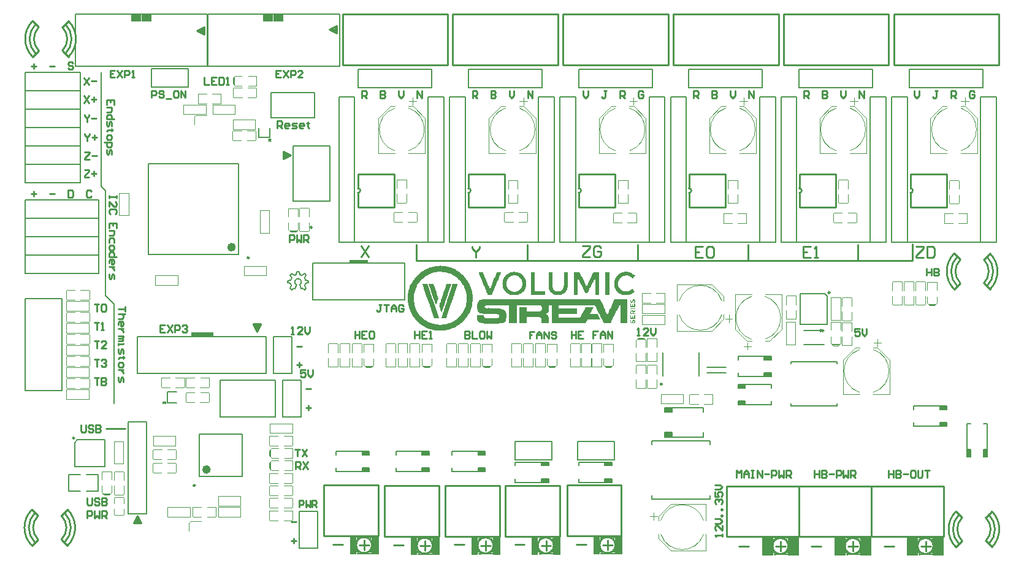
<source format=gto>
G04 Layer_Color=65535*
%FSLAX44Y44*%
%MOMM*%
G71*
G01*
G75*
%ADD49C,0.2540*%
%ADD50C,0.2000*%
%ADD56C,0.6000*%
%ADD75C,0.2500*%
%ADD76C,0.0762*%
%ADD77C,0.1524*%
%ADD78C,0.1500*%
%ADD79C,0.1000*%
%ADD80C,0.1270*%
%ADD81R,0.5000X1.0000*%
%ADD82R,1.0000X0.5000*%
%ADD83R,1.4224X0.9770*%
%ADD84R,2.5400X0.4318*%
%ADD85R,3.0480X0.5842*%
%ADD86R,0.1778X0.1270*%
%ADD87R,0.2540X0.3663*%
%ADD88R,0.3169X0.1119*%
%ADD89R,0.1270X0.3862*%
%ADD90R,0.5080X0.3810*%
%ADD91R,0.3810X0.3810*%
%ADD92R,0.2540X0.3810*%
%ADD93R,0.2540X0.3532*%
%ADD94R,2.1590X0.2870*%
%ADD95R,2.1590X0.2870*%
%ADD96R,1.5494X2.5782*%
%ADD97R,1.5240X2.5782*%
%ADD98R,0.3169X0.1119*%
%ADD99R,1.0226X2.5782*%
%ADD100R,0.9652X2.5782*%
%ADD101R,1.0480X2.5782*%
%ADD102R,1.0480X2.5782*%
G36*
X627775Y399879D02*
X628884Y399800D01*
X630071Y399641D01*
X631495Y399483D01*
X633078Y399245D01*
X634740Y398929D01*
X636482Y398533D01*
X638381Y398058D01*
X640281Y397504D01*
X642180Y396792D01*
X644080Y396001D01*
X646058Y395130D01*
X647958Y394101D01*
X648037Y394022D01*
X648433Y393864D01*
X648908Y393468D01*
X649620Y393072D01*
X650490Y392439D01*
X651440Y391806D01*
X652548Y390935D01*
X653736Y389985D01*
X655002Y388956D01*
X656268Y387769D01*
X657614Y386503D01*
X658959Y385158D01*
X660305Y383654D01*
X661571Y382071D01*
X662758Y380409D01*
X663945Y378667D01*
Y378588D01*
X664104Y378430D01*
X664262Y378193D01*
X664500Y377797D01*
X664737Y377322D01*
X665053Y376768D01*
X665370Y376135D01*
X665766Y375423D01*
X666557Y373760D01*
X667349Y371861D01*
X668219Y369803D01*
X668932Y367587D01*
Y367508D01*
X669011Y367350D01*
X669090Y366954D01*
X669169Y366558D01*
X669327Y366004D01*
X669486Y365371D01*
X669644Y364579D01*
X669802Y363788D01*
X670119Y361888D01*
X670435Y359752D01*
X670594Y357456D01*
X670673Y355003D01*
Y354924D01*
Y354686D01*
Y354370D01*
Y353895D01*
X670594Y353341D01*
Y352628D01*
X670515Y351916D01*
X670435Y351045D01*
X670277Y349146D01*
X669961Y347088D01*
X669486Y344872D01*
X668932Y342577D01*
Y342498D01*
X668852Y342339D01*
X668773Y342023D01*
X668615Y341548D01*
X668378Y340994D01*
X668219Y340440D01*
X667903Y339727D01*
X667665Y338936D01*
X666953Y337195D01*
X666082Y335374D01*
X665053Y333396D01*
X663945Y331496D01*
X663866Y331417D01*
X663708Y331101D01*
X663312Y330546D01*
X662837Y329913D01*
X662283Y329122D01*
X661571Y328172D01*
X660700Y327143D01*
X659751Y326035D01*
X658643Y324848D01*
X657455Y323582D01*
X656110Y322315D01*
X654685Y321049D01*
X653182Y319703D01*
X651519Y318516D01*
X649778Y317250D01*
X647958Y316142D01*
X647879Y316063D01*
X647483Y315904D01*
X646929Y315588D01*
X646217Y315192D01*
X645267Y314796D01*
X644159Y314321D01*
X642813Y313767D01*
X641389Y313213D01*
X639806Y312659D01*
X638144Y312105D01*
X636244Y311630D01*
X634345Y311235D01*
X632287Y310839D01*
X630150Y310522D01*
X628013Y310364D01*
X625718Y310285D01*
X625164D01*
X624530Y310364D01*
X623660D01*
X622631Y310443D01*
X621365Y310602D01*
X620019Y310760D01*
X618436Y310997D01*
X616774Y311314D01*
X615033Y311710D01*
X613213Y312185D01*
X611313Y312738D01*
X609414Y313372D01*
X607435Y314163D01*
X605535Y315034D01*
X603636Y316063D01*
X603557Y316142D01*
X603161Y316300D01*
X602686Y316696D01*
X601974Y317092D01*
X601103Y317725D01*
X600153Y318437D01*
X599045Y319228D01*
X597858Y320178D01*
X596592Y321207D01*
X595326Y322394D01*
X593980Y323661D01*
X592635Y325006D01*
X591368Y326510D01*
X590023Y328014D01*
X588835Y329676D01*
X587648Y331417D01*
Y331496D01*
X587490Y331655D01*
X587332Y331971D01*
X587094Y332288D01*
X586857Y332763D01*
X586540Y333396D01*
X586224Y334029D01*
X585828Y334741D01*
X585037Y336403D01*
X584166Y338303D01*
X583374Y340361D01*
X582662Y342577D01*
Y342656D01*
X582583Y342814D01*
X582504Y343131D01*
X582425Y343606D01*
X582266Y344160D01*
X582108Y344793D01*
X581950Y345505D01*
X581791Y346376D01*
X581475Y348196D01*
X581158Y350333D01*
X581000Y352628D01*
X580921Y355003D01*
Y355082D01*
Y355319D01*
Y355636D01*
Y356111D01*
X581000Y356744D01*
Y357377D01*
X581079Y358168D01*
X581158Y359039D01*
X581317Y360939D01*
X581633Y363076D01*
X582108Y365292D01*
X582662Y367508D01*
Y367587D01*
X582741Y367745D01*
X582820Y368062D01*
X582979Y368537D01*
X583137Y369091D01*
X583374Y369724D01*
X583612Y370357D01*
X583928Y371149D01*
X584641Y372890D01*
X585511Y374789D01*
X586540Y376689D01*
X587648Y378667D01*
X587728Y378747D01*
X587965Y379063D01*
X588282Y379617D01*
X588756Y380250D01*
X589310Y381042D01*
X590023Y381992D01*
X590893Y383021D01*
X591843Y384208D01*
X592951Y385395D01*
X594138Y386661D01*
X595484Y387928D01*
X596829Y389194D01*
X598412Y390539D01*
X599995Y391727D01*
X601736Y392993D01*
X603557Y394101D01*
X603715Y394180D01*
X604032Y394338D01*
X604586Y394655D01*
X605298Y395051D01*
X606248Y395447D01*
X607435Y395921D01*
X608701Y396475D01*
X610126Y397029D01*
X611709Y397584D01*
X613450Y398138D01*
X615270Y398612D01*
X617170Y399008D01*
X619228Y399404D01*
X621286Y399720D01*
X623502Y399879D01*
X625718Y399958D01*
X626905D01*
X627775Y399879D01*
D02*
G37*
G36*
X894736Y347721D02*
Y347484D01*
Y347088D01*
Y346613D01*
Y345901D01*
Y345030D01*
Y344081D01*
Y342972D01*
X888405D01*
Y343052D01*
Y343289D01*
Y343606D01*
Y344081D01*
Y344793D01*
Y345584D01*
Y346455D01*
Y347563D01*
X889434D01*
Y347484D01*
Y347326D01*
Y347088D01*
Y346692D01*
Y346217D01*
Y345663D01*
Y344951D01*
Y344081D01*
X891096D01*
Y344160D01*
Y344318D01*
Y344555D01*
Y344872D01*
Y345347D01*
Y345901D01*
Y346534D01*
Y347246D01*
X892045D01*
Y347167D01*
Y347009D01*
Y346772D01*
Y346455D01*
Y345980D01*
Y345426D01*
Y344793D01*
Y344081D01*
X893707D01*
Y344160D01*
Y344318D01*
Y344635D01*
Y345030D01*
Y345584D01*
Y346217D01*
Y346930D01*
Y347800D01*
X894736D01*
Y347721D01*
D02*
G37*
G36*
X729399Y391489D02*
X730270Y391410D01*
X731220Y391331D01*
X732328Y391093D01*
X733436Y390856D01*
X734544Y390460D01*
X734702Y390381D01*
X735019Y390223D01*
X735573Y389985D01*
X736285Y389590D01*
X737156Y389115D01*
X738027Y388561D01*
X738976Y387848D01*
X739847Y386978D01*
X739926Y386899D01*
X740243Y386582D01*
X740638Y386107D01*
X741192Y385474D01*
X741746Y384683D01*
X742380Y383812D01*
X742934Y382862D01*
X743408Y381833D01*
X743488Y381675D01*
X743567Y381358D01*
X743804Y380725D01*
X744042Y380013D01*
X744200Y379063D01*
X744437Y377955D01*
X744517Y376768D01*
X744596Y375502D01*
Y375343D01*
Y374948D01*
X744517Y374314D01*
X744437Y373444D01*
X744279Y372494D01*
X744121Y371465D01*
X743804Y370357D01*
X743408Y369249D01*
X743329Y369091D01*
X743171Y368774D01*
X742934Y368220D01*
X742538Y367508D01*
X741984Y366716D01*
X741430Y365846D01*
X740717Y364975D01*
X739847Y364104D01*
X739768Y364025D01*
X739451Y363709D01*
X738976Y363313D01*
X738264Y362759D01*
X737472Y362205D01*
X736602Y361572D01*
X735652Y361018D01*
X734544Y360543D01*
X734386Y360464D01*
X734069Y360385D01*
X733436Y360147D01*
X732645Y359989D01*
X731695Y359752D01*
X730587Y359514D01*
X729399Y359435D01*
X728133Y359356D01*
X727579D01*
X726867Y359435D01*
X725996Y359514D01*
X725046Y359672D01*
X723938Y359831D01*
X722751Y360147D01*
X721643Y360543D01*
X721485Y360622D01*
X721168Y360780D01*
X720614Y361018D01*
X719902Y361414D01*
X719110Y361968D01*
X718240Y362522D01*
X717290Y363234D01*
X716420Y364104D01*
X716340Y364184D01*
X716024Y364500D01*
X715549Y364975D01*
X715074Y365608D01*
X714441Y366321D01*
X713887Y367191D01*
X713254Y368220D01*
X712779Y369249D01*
X712700Y369407D01*
X712620Y369724D01*
X712462Y370357D01*
X712304Y371069D01*
X712066Y372019D01*
X711908Y373127D01*
X711829Y374235D01*
X711750Y375502D01*
Y375581D01*
Y375660D01*
Y376056D01*
X711829Y376768D01*
X711908Y377639D01*
X711987Y378588D01*
X712225Y379696D01*
X712462Y380804D01*
X712779Y381912D01*
X712858Y382071D01*
X713016Y382387D01*
X713254Y382941D01*
X713649Y383654D01*
X714203Y384366D01*
X714837Y385237D01*
X715549Y386107D01*
X716420Y386978D01*
X716499Y387057D01*
X716815Y387374D01*
X717290Y387769D01*
X717923Y388323D01*
X718715Y388877D01*
X719585Y389431D01*
X720614Y389985D01*
X721643Y390460D01*
X721802Y390539D01*
X722197Y390619D01*
X722751Y390777D01*
X723543Y391014D01*
X724492Y391252D01*
X725601Y391410D01*
X726867Y391489D01*
X728133Y391568D01*
X728687D01*
X729399Y391489D01*
D02*
G37*
G36*
X893470Y353736D02*
X893707Y353578D01*
X893787D01*
X893866Y353420D01*
X894261Y353103D01*
X894341Y353024D01*
X894420Y352866D01*
X894578Y352391D01*
X894657Y352312D01*
X894736Y352074D01*
X894816Y351758D01*
Y351362D01*
Y351204D01*
Y350887D01*
X894657Y350412D01*
X894499Y349937D01*
X894420Y349779D01*
X894341Y349462D01*
X894103Y349067D01*
X893787Y348592D01*
X893707Y348671D01*
X893549Y348750D01*
X893312Y349067D01*
X892916Y349383D01*
X892995Y349462D01*
X893153Y349700D01*
X893391Y350017D01*
X893628Y350333D01*
X893707Y350412D01*
X893787Y350650D01*
X893866Y350966D01*
Y351362D01*
Y351441D01*
Y351520D01*
X893787Y351837D01*
Y351916D01*
X893707Y351995D01*
X893549Y352233D01*
X893470Y352312D01*
X893312Y352470D01*
X893233Y352549D01*
X892599D01*
X892520Y352470D01*
X892362Y352312D01*
X892283Y352233D01*
Y352153D01*
X892204Y351916D01*
Y351837D01*
X892124Y351758D01*
X892045Y351283D01*
Y351204D01*
X891966Y351045D01*
X891887Y350570D01*
Y350412D01*
X891729Y350175D01*
X891650Y350096D01*
X891491Y349779D01*
X891412Y349700D01*
X891333Y349542D01*
Y349462D01*
X891254Y349304D01*
X891096Y349146D01*
X890858Y348988D01*
X890779D01*
X890621Y348908D01*
X890383Y348829D01*
X889829D01*
X889513Y348908D01*
X889275Y349067D01*
X889196Y349146D01*
X889117Y349225D01*
X888642Y349621D01*
Y349700D01*
X888484Y349779D01*
X888405Y350017D01*
X888326Y350333D01*
Y350412D01*
Y350650D01*
X888246Y351204D01*
Y351283D01*
Y351441D01*
X888326Y351837D01*
Y351916D01*
Y352074D01*
X888405Y352470D01*
Y352549D01*
X888484Y352707D01*
X888642Y353103D01*
X888721Y353182D01*
X888800Y353261D01*
X888959Y353578D01*
X889038D01*
X889117Y353420D01*
X889354Y353261D01*
X889671Y353024D01*
X889592Y352945D01*
X889434Y352707D01*
X889354Y352549D01*
X889275Y352233D01*
Y352153D01*
X889354Y352074D01*
Y351599D01*
Y351441D01*
X889275Y351124D01*
Y350966D01*
X889354Y350729D01*
Y350650D01*
X889434Y350570D01*
Y350412D01*
Y350333D01*
X889513Y350254D01*
X889671Y350096D01*
X889750D01*
X890067Y350017D01*
X890225D01*
X890383Y350096D01*
X890462Y350175D01*
X890700Y350333D01*
X890779Y350412D01*
Y350570D01*
X890858Y350887D01*
Y350966D01*
X890937Y351124D01*
X891016Y351362D01*
X891096Y351679D01*
Y351758D01*
X891175Y351995D01*
X891333Y352628D01*
Y352707D01*
X891491Y352866D01*
X891808Y353261D01*
Y353341D01*
X891966Y353420D01*
X892283Y353578D01*
X892362Y353657D01*
X892520Y353736D01*
X892679Y353815D01*
X893233D01*
X893470Y353736D01*
D02*
G37*
G36*
X894736Y340994D02*
Y340835D01*
Y340440D01*
Y339965D01*
X888405D01*
Y340044D01*
Y340202D01*
Y340598D01*
Y341073D01*
X894736D01*
Y340994D01*
D02*
G37*
G36*
Y331734D02*
Y331496D01*
Y331101D01*
Y330626D01*
Y329913D01*
Y329043D01*
Y328093D01*
Y326906D01*
X888405D01*
Y326985D01*
Y327222D01*
Y327539D01*
Y328093D01*
Y328726D01*
Y329597D01*
Y330546D01*
Y331655D01*
X889434D01*
Y331575D01*
Y331417D01*
Y331180D01*
Y330784D01*
Y330230D01*
Y329676D01*
Y328964D01*
Y328093D01*
X891096D01*
Y328172D01*
Y328251D01*
Y328568D01*
Y328884D01*
Y329280D01*
Y329834D01*
Y330467D01*
Y331180D01*
X892045D01*
Y331101D01*
Y331021D01*
Y330784D01*
Y330467D01*
Y329992D01*
Y329518D01*
Y328805D01*
Y328093D01*
X893707D01*
Y328172D01*
Y328330D01*
Y328568D01*
Y329043D01*
Y329518D01*
Y330151D01*
Y330942D01*
Y331813D01*
X894736D01*
Y331734D01*
D02*
G37*
G36*
X893470Y325639D02*
X893707Y325481D01*
X893787D01*
X893866Y325402D01*
X894261Y325006D01*
X894341Y324927D01*
X894420Y324769D01*
X894578Y324294D01*
X894657Y324215D01*
X894736Y323977D01*
X894816Y323661D01*
Y323265D01*
Y323107D01*
Y322790D01*
X894657Y322315D01*
X894499Y321840D01*
X894420Y321682D01*
X894341Y321366D01*
X894103Y320970D01*
X893787Y320495D01*
X893707Y320574D01*
X893549Y320653D01*
X893312Y320970D01*
X892916Y321286D01*
X892995Y321366D01*
X893153Y321603D01*
X893391Y321920D01*
X893628Y322236D01*
X893707Y322315D01*
X893787Y322553D01*
X893866Y322869D01*
Y323265D01*
Y323344D01*
Y323423D01*
X893787Y323740D01*
Y323819D01*
X893707Y323898D01*
X893549Y324136D01*
X893470Y324215D01*
X893312Y324373D01*
X893233Y324452D01*
X893153Y324531D01*
X892837D01*
X892599Y324452D01*
X892520Y324373D01*
X892362Y324294D01*
X892283Y324136D01*
X892204Y323819D01*
Y323740D01*
X892124Y323661D01*
X892045Y323186D01*
Y323107D01*
X891966Y322948D01*
X891887Y322473D01*
Y322315D01*
X891729Y322078D01*
X891650Y321999D01*
X891491Y321682D01*
X891412Y321603D01*
X891333Y321445D01*
Y321366D01*
X891254Y321207D01*
X891096Y321049D01*
X890858Y320891D01*
X890621D01*
X890383Y320811D01*
X889829D01*
X889275Y320970D01*
X889196D01*
X889117Y321128D01*
X888879Y321286D01*
X888642Y321524D01*
Y321603D01*
X888484Y321761D01*
X888326Y322236D01*
Y322315D01*
Y322473D01*
X888246Y322790D01*
Y323107D01*
Y323186D01*
Y323344D01*
X888326Y323740D01*
Y323819D01*
Y323977D01*
X888405Y324452D01*
Y324531D01*
X888484Y324610D01*
X888642Y325006D01*
X888721Y325085D01*
X888800Y325164D01*
X888959Y325481D01*
X889038D01*
X889117Y325323D01*
X889354Y325164D01*
X889671Y324927D01*
X889592Y324848D01*
X889434Y324610D01*
X889354Y324531D01*
X889275Y324136D01*
Y324057D01*
X889354Y323898D01*
Y323502D01*
Y323344D01*
X889275Y323027D01*
Y322869D01*
X889354Y322553D01*
X889434Y322473D01*
Y322236D01*
X889513Y322157D01*
X889671Y321999D01*
X889750D01*
X890067Y321920D01*
X890225D01*
X890383Y321999D01*
X890462Y322078D01*
X890700Y322236D01*
X890779Y322394D01*
Y322553D01*
X890858Y322790D01*
Y322869D01*
X890937Y323027D01*
X891016Y323265D01*
X891096Y323582D01*
Y323661D01*
X891175Y323898D01*
X891333Y324531D01*
Y324610D01*
X891491Y324769D01*
X891808Y325164D01*
Y325244D01*
X891966Y325323D01*
X892283Y325481D01*
X892362Y325560D01*
X892520Y325639D01*
X892679Y325718D01*
X893233D01*
X893470Y325639D01*
D02*
G37*
G36*
X894736Y338540D02*
Y338303D01*
Y337828D01*
Y337195D01*
X894578Y337116D01*
X894182Y336799D01*
X893549Y336324D01*
X892599Y335691D01*
Y335612D01*
Y335295D01*
Y334820D01*
Y334187D01*
X894736D01*
Y334108D01*
Y333950D01*
Y333633D01*
Y333158D01*
X888405D01*
Y333317D01*
Y333792D01*
Y334504D01*
Y335533D01*
Y335691D01*
Y336008D01*
X888484Y336403D01*
X888563Y336799D01*
Y336878D01*
X888642Y337116D01*
X888800Y337353D01*
X888959Y337670D01*
X889038Y337749D01*
X889117Y337907D01*
X889354Y338065D01*
X889592Y338224D01*
X889671D01*
X889829Y338303D01*
X890146Y338382D01*
X890700D01*
X890937Y338303D01*
X891412Y338224D01*
X891808Y337986D01*
X891887Y337907D01*
X892045Y337749D01*
X892283Y337353D01*
X892441Y336878D01*
X892599Y337037D01*
X892995Y337353D01*
X893707Y337907D01*
X894736Y338619D01*
Y338540D01*
D02*
G37*
G36*
X870438Y353736D02*
X884368D01*
Y353657D01*
Y353341D01*
Y352945D01*
Y352312D01*
Y351520D01*
Y350650D01*
Y349621D01*
Y348513D01*
Y347326D01*
Y345980D01*
Y343210D01*
Y340202D01*
Y337037D01*
Y336957D01*
Y336641D01*
Y336245D01*
Y335612D01*
Y334899D01*
Y334029D01*
Y333000D01*
Y331892D01*
Y330626D01*
Y329359D01*
Y326589D01*
Y323502D01*
Y320416D01*
X874396D01*
Y320495D01*
Y320732D01*
Y321049D01*
Y321524D01*
Y322078D01*
Y322711D01*
X874475Y323502D01*
Y324294D01*
Y326193D01*
Y328330D01*
X874554Y330546D01*
Y332842D01*
Y332921D01*
Y333158D01*
Y333475D01*
Y333950D01*
Y334504D01*
Y335137D01*
Y335928D01*
Y336720D01*
Y338619D01*
Y340756D01*
X874633Y342972D01*
Y345268D01*
X873050D01*
Y345188D01*
X872892Y345030D01*
X872734Y344635D01*
X872496Y344239D01*
X872259Y343685D01*
X871863Y342972D01*
X871467Y342260D01*
X871072Y341390D01*
X870122Y339490D01*
X869093Y337432D01*
X867985Y335137D01*
X866798Y332842D01*
Y332763D01*
X866639Y332604D01*
X866481Y332209D01*
X866244Y331813D01*
X866006Y331259D01*
X865690Y330546D01*
X865294Y329834D01*
X864819Y328964D01*
X863869Y327064D01*
X862840Y325006D01*
X861653Y322711D01*
X860466Y320416D01*
X852076D01*
Y320495D01*
X851918Y320732D01*
X851760Y321049D01*
X851522Y321524D01*
X851285Y322078D01*
X850889Y322711D01*
X850493Y323502D01*
X850098Y324294D01*
X849148Y326193D01*
X848040Y328330D01*
X846932Y330546D01*
X845745Y332842D01*
Y332921D01*
X845586Y333158D01*
X845428Y333475D01*
X845191Y333950D01*
X844953Y334504D01*
X844557Y335137D01*
X844162Y335928D01*
X843766Y336720D01*
X842816Y338619D01*
X841708Y340756D01*
X840600Y342972D01*
X839413Y345268D01*
X789551D01*
Y345188D01*
Y345109D01*
Y344635D01*
Y343922D01*
Y343131D01*
Y343052D01*
Y342972D01*
Y342498D01*
Y341864D01*
Y341073D01*
X815036D01*
Y340994D01*
Y340756D01*
Y340440D01*
Y339965D01*
Y339411D01*
Y338857D01*
Y337511D01*
Y337432D01*
Y337195D01*
Y336799D01*
Y336324D01*
Y335770D01*
Y335137D01*
Y333792D01*
X789551D01*
Y333712D01*
Y333554D01*
Y333317D01*
Y333000D01*
Y332129D01*
Y331180D01*
Y331101D01*
Y330942D01*
Y330705D01*
Y330309D01*
Y329518D01*
Y328489D01*
X818914D01*
Y328568D01*
X818993Y328647D01*
X819231Y329122D01*
X819626Y329834D01*
X820180Y330784D01*
X820734Y331892D01*
X821368Y333158D01*
X822792Y335770D01*
Y335849D01*
X822871Y335928D01*
X823109Y336403D01*
X823505Y337116D01*
X824059Y338065D01*
X824613Y339173D01*
X825325Y340440D01*
X826037Y341785D01*
X826750Y343131D01*
X830153D01*
X832132Y343052D01*
X837672D01*
X837593Y342972D01*
X837434Y342656D01*
X837197Y342181D01*
X836880Y341548D01*
X836485Y340835D01*
X836089Y339965D01*
X835139Y338144D01*
X835060Y338065D01*
X834902Y337749D01*
X834664Y337274D01*
X834348Y336641D01*
X833952Y335928D01*
X833556Y335058D01*
X832686Y333317D01*
X843370D01*
Y333237D01*
X843529Y333000D01*
X843687Y332683D01*
X843845Y332288D01*
X844162Y331734D01*
X844399Y331101D01*
X845032Y329755D01*
Y329676D01*
X845191Y329438D01*
X845349Y329122D01*
X845507Y328647D01*
X845824Y328093D01*
X846061Y327460D01*
X846694Y326114D01*
X829045D01*
Y326035D01*
X828966Y325877D01*
X828807Y325560D01*
X828649Y325244D01*
X828174Y324294D01*
X827699Y323265D01*
Y323186D01*
X827541Y323027D01*
X827462Y322790D01*
X827225Y322394D01*
X826829Y321524D01*
X826275Y320495D01*
X779816D01*
Y320574D01*
Y320811D01*
Y321128D01*
Y321603D01*
Y322157D01*
Y322790D01*
Y323582D01*
Y324373D01*
Y326273D01*
Y328410D01*
Y330626D01*
Y332921D01*
Y333000D01*
Y333237D01*
Y333554D01*
Y333950D01*
Y334583D01*
Y335216D01*
Y335928D01*
Y336799D01*
Y338619D01*
Y340756D01*
Y342972D01*
Y345268D01*
X777362D01*
X776808Y345188D01*
X776096D01*
Y345109D01*
Y345030D01*
Y344793D01*
Y344476D01*
Y343764D01*
Y342893D01*
Y342814D01*
Y342735D01*
Y342260D01*
Y341548D01*
Y340677D01*
Y340598D01*
X776017Y340281D01*
X775938Y339807D01*
X775858Y339253D01*
X775621Y337907D01*
X775463Y337195D01*
X775304Y336562D01*
Y336482D01*
X775225Y336324D01*
X775067Y336008D01*
X774829Y335612D01*
X774434Y335216D01*
X774038Y334820D01*
X773484Y334425D01*
X772851Y334029D01*
X772772D01*
X772455Y333950D01*
X771980Y333792D01*
X771505Y333633D01*
X771426D01*
X771189Y333554D01*
X770793Y333475D01*
X770318Y333317D01*
X770793D01*
X771347Y333237D01*
X771980Y333079D01*
X772693Y332842D01*
X773405Y332525D01*
X774038Y332129D01*
X774513Y331496D01*
X774592Y331417D01*
X774671Y331180D01*
X774909Y330784D01*
X775067Y330230D01*
X775304Y329597D01*
X775542Y328805D01*
X775700Y327935D01*
X775779Y326906D01*
Y326827D01*
Y326668D01*
Y326352D01*
X775858Y325956D01*
Y325006D01*
Y323819D01*
Y323740D01*
Y323502D01*
Y323186D01*
Y322790D01*
X775779Y321682D01*
Y320495D01*
X765886D01*
Y320574D01*
Y320811D01*
Y321207D01*
Y321761D01*
Y322394D01*
Y323186D01*
X765807Y323977D01*
Y324927D01*
Y325006D01*
Y325323D01*
X765728Y325798D01*
X765649Y326273D01*
X765411Y327381D01*
X765095Y327855D01*
X764778Y328251D01*
X764620Y328330D01*
X764382Y328489D01*
X764145Y328647D01*
X763749Y328726D01*
X763274Y328884D01*
X762720Y328964D01*
X744912D01*
Y328884D01*
Y328568D01*
Y328172D01*
Y327618D01*
Y326985D01*
Y326273D01*
Y324690D01*
Y324610D01*
Y324294D01*
Y323898D01*
Y323344D01*
Y322711D01*
Y321999D01*
Y320416D01*
X734781D01*
Y320495D01*
Y320653D01*
Y320970D01*
Y321366D01*
Y321920D01*
Y322553D01*
Y323186D01*
Y323977D01*
Y325718D01*
Y327618D01*
Y329676D01*
Y331813D01*
Y331892D01*
Y332050D01*
Y332367D01*
Y332763D01*
Y333237D01*
Y333871D01*
Y334504D01*
Y335295D01*
Y336957D01*
Y338857D01*
Y340915D01*
Y343052D01*
X744912D01*
Y342972D01*
Y342814D01*
Y342498D01*
Y342102D01*
Y341152D01*
Y340123D01*
Y340044D01*
Y339886D01*
Y339569D01*
Y339173D01*
Y338224D01*
Y337116D01*
X762958D01*
X763353Y337195D01*
X764224Y337353D01*
X764620Y337511D01*
X765015Y337749D01*
X765095D01*
X765174Y337907D01*
X765332Y338065D01*
X765490Y338382D01*
X765649Y338778D01*
X765807Y339253D01*
X765965Y339965D01*
X766044Y340756D01*
Y340835D01*
Y341152D01*
X766123Y341548D01*
X766044Y342023D01*
X765965Y343131D01*
X765807Y343685D01*
X765569Y344160D01*
Y344239D01*
X765411Y344397D01*
X765174Y344555D01*
X764778Y344793D01*
X764303Y345030D01*
X763670Y345268D01*
X762878Y345347D01*
X760108D01*
X759317Y345268D01*
X731299D01*
Y345188D01*
Y345030D01*
Y344635D01*
Y344239D01*
Y343685D01*
Y342972D01*
Y342260D01*
Y341390D01*
Y339569D01*
Y337432D01*
Y335216D01*
Y332921D01*
Y332842D01*
Y332683D01*
Y332288D01*
Y331892D01*
Y331338D01*
Y330626D01*
Y329913D01*
Y329043D01*
Y327143D01*
Y325085D01*
Y322790D01*
Y320495D01*
X720693D01*
Y320574D01*
Y320811D01*
Y321128D01*
Y321603D01*
Y322157D01*
Y322790D01*
Y323582D01*
Y324373D01*
Y326273D01*
Y328410D01*
Y330626D01*
Y332921D01*
Y333000D01*
Y333237D01*
Y333554D01*
Y333950D01*
Y334583D01*
Y335216D01*
Y335928D01*
Y336799D01*
Y338619D01*
Y340756D01*
Y342972D01*
Y345268D01*
X689747D01*
X689431Y345188D01*
X688956Y345109D01*
X688481Y344951D01*
X687927Y344714D01*
X687373Y344318D01*
X687056Y343843D01*
X686819Y343131D01*
X686898Y343052D01*
X686977Y342814D01*
X687294Y342577D01*
X687689Y342181D01*
X688243Y341864D01*
X688956Y341627D01*
X689905Y341469D01*
X691568D01*
X692201Y341548D01*
X693863D01*
X694812Y341469D01*
X696712Y341310D01*
X698137D01*
X699007Y341231D01*
X700511D01*
X701302Y341152D01*
X702886D01*
X703439Y341073D01*
X704706Y340994D01*
X705339D01*
X705814Y340915D01*
X706843D01*
X708109Y340835D01*
X708347D01*
X708584Y340756D01*
X708980Y340677D01*
X709850Y340440D01*
X710958Y340123D01*
X712146Y339727D01*
X713412Y339173D01*
X714520Y338540D01*
X715391Y337828D01*
X715470Y337749D01*
X715707Y337432D01*
X716103Y336799D01*
X716420Y335928D01*
X716578Y335453D01*
X716736Y334820D01*
X716894Y334108D01*
X717053Y333317D01*
X717132Y332446D01*
Y331496D01*
Y330467D01*
X717053Y329280D01*
Y329201D01*
Y329043D01*
X716973Y328726D01*
Y328330D01*
X716815Y327301D01*
X716657Y326193D01*
Y326114D01*
X716578Y325956D01*
X716499Y325718D01*
X716420Y325323D01*
X716103Y324531D01*
X715707Y323661D01*
X715628Y323582D01*
X715391Y323265D01*
X715074Y322869D01*
X714599Y322394D01*
X713966Y321840D01*
X713175Y321445D01*
X712304Y321049D01*
X711275Y320891D01*
X711117D01*
X710800Y320811D01*
X710246D01*
X709455Y320732D01*
X708505Y320574D01*
X707476Y320495D01*
X706210Y320257D01*
X704943Y320099D01*
X690697D01*
X689905Y320178D01*
X687531D01*
X687294Y320257D01*
X686977Y320337D01*
X686027Y320495D01*
X684919Y320653D01*
X683653Y320891D01*
X682386Y321128D01*
X681120Y321445D01*
X680012Y321682D01*
X679933Y321761D01*
X679616Y321840D01*
X679141Y322157D01*
X678587Y322632D01*
X677954Y323344D01*
X677717Y323819D01*
X677400Y324373D01*
X677163Y325006D01*
X676925Y325718D01*
X676688Y326510D01*
X676530Y327460D01*
Y327618D01*
X676451Y328014D01*
X676371Y328647D01*
X676292Y329518D01*
Y329597D01*
Y329755D01*
Y329992D01*
Y330230D01*
Y330942D01*
X676451Y331655D01*
X686106D01*
Y331575D01*
Y331496D01*
Y331021D01*
X686186Y330388D01*
X686344Y329676D01*
X686423Y329518D01*
X686581Y329201D01*
X686819Y328726D01*
X687215Y328330D01*
X687294Y328251D01*
X687610Y328093D01*
X688164Y327935D01*
X688560Y327855D01*
X689035Y327776D01*
X689272D01*
X689589Y327697D01*
X689905D01*
X690855Y327618D01*
X697820D01*
X698295Y327697D01*
X698928D01*
X700274Y327776D01*
X704785D01*
X705102Y327855D01*
X705814Y328014D01*
X706447Y328251D01*
X706526Y328330D01*
X706764Y328568D01*
X707001Y328964D01*
X707238Y329597D01*
Y329676D01*
Y329755D01*
X707318Y330230D01*
Y330863D01*
X707238Y331655D01*
Y331734D01*
X707159Y331813D01*
X707001Y332050D01*
X706843Y332288D01*
X706526Y332525D01*
X706131Y332763D01*
X705656Y332921D01*
X705022Y333000D01*
X704943D01*
X704706Y333079D01*
X704310D01*
X703835Y333158D01*
X703202D01*
X702490Y333237D01*
X700274D01*
X699561Y333158D01*
X698612D01*
X698137Y333237D01*
X697583D01*
X696949Y333317D01*
X696791D01*
X696475Y333396D01*
X695921Y333475D01*
X695129Y333554D01*
X694258Y333633D01*
X687768D01*
X686740Y333712D01*
X684523Y333871D01*
X684286D01*
X683969Y333950D01*
X683574Y334029D01*
X682624Y334108D01*
X681595Y334346D01*
X681516D01*
X681358Y334425D01*
X681120Y334504D01*
X680804Y334662D01*
X680012Y335058D01*
X679221Y335612D01*
X679141Y335691D01*
X678983Y335849D01*
X678746Y336087D01*
X678429Y336403D01*
X677875Y337353D01*
X677559Y337828D01*
X677400Y338461D01*
Y338540D01*
X677321Y338778D01*
Y339173D01*
X677242Y339648D01*
X677084Y340202D01*
X677005Y340915D01*
X676925Y341706D01*
X676767Y342577D01*
Y342656D01*
Y342735D01*
X676688Y343131D01*
Y343685D01*
Y344397D01*
Y344476D01*
Y344555D01*
Y345030D01*
X676767Y345663D01*
X676925Y346376D01*
Y346455D01*
X677005Y346692D01*
X677084Y347088D01*
X677163Y347563D01*
X677479Y348671D01*
X677875Y349858D01*
Y349937D01*
X677954Y350096D01*
X678113Y350412D01*
X678350Y350729D01*
X678983Y351520D01*
X679379Y351916D01*
X679854Y352312D01*
X679933Y352391D01*
X680250Y352549D01*
X680724Y352787D01*
X681437Y353103D01*
X682307Y353341D01*
X683336Y353578D01*
X684603Y353815D01*
X846694D01*
Y353736D01*
X846774Y353578D01*
X846932Y353261D01*
X847169Y352866D01*
X847328Y352391D01*
X847644Y351837D01*
X847961Y351124D01*
X848277Y350412D01*
X848990Y348750D01*
X849860Y346930D01*
X850731Y344951D01*
X851601Y342972D01*
Y342893D01*
X851681Y342735D01*
X851839Y342418D01*
X851997Y342102D01*
X852235Y341548D01*
X852551Y340994D01*
X853185Y339648D01*
X853897Y338065D01*
X854767Y336245D01*
X855638Y334346D01*
X856588Y332367D01*
X856667D01*
Y332446D01*
X856746D01*
Y332525D01*
X856825Y332683D01*
X856983Y333000D01*
X857142Y333396D01*
X857379Y333871D01*
X857617Y334425D01*
X858250Y335770D01*
X858962Y337353D01*
X859833Y339173D01*
X860703Y341073D01*
X861653Y343052D01*
Y343131D01*
X861732Y343289D01*
X861891Y343606D01*
X862049Y344001D01*
X862286Y344476D01*
X862524Y345030D01*
X863157Y346455D01*
X863948Y348038D01*
X864740Y349858D01*
X865611Y351837D01*
X866481Y353815D01*
X869172D01*
X870438Y353736D01*
D02*
G37*
G36*
X883972Y391568D02*
X884843Y391489D01*
X885872Y391331D01*
X886980Y391093D01*
X888167Y390777D01*
X889354Y390302D01*
X889513Y390223D01*
X889829Y390065D01*
X890462Y389748D01*
X891175Y389273D01*
X892045Y388719D01*
X892916Y388086D01*
X893866Y387294D01*
X894816Y386345D01*
X894736Y386265D01*
X894578Y386107D01*
X894341Y385791D01*
X893945Y385395D01*
X893470Y384920D01*
X892916Y384208D01*
X892204Y383495D01*
X891412Y382625D01*
X891333Y382704D01*
X891254Y382783D01*
X890779Y383258D01*
X890067Y383891D01*
X889275Y384445D01*
X889196D01*
X889117Y384603D01*
X888642Y384841D01*
X888009Y385237D01*
X887297Y385632D01*
X887217D01*
X887138Y385712D01*
X886663Y385870D01*
X885951Y386107D01*
X885080Y386345D01*
X884843D01*
X884606Y386424D01*
X884289D01*
X883497Y386503D01*
X881677D01*
X881123Y386424D01*
X880490Y386345D01*
X879778Y386186D01*
X878195Y385712D01*
X878116D01*
X877878Y385553D01*
X877482Y385395D01*
X877008Y385158D01*
X875900Y384445D01*
X875266Y383970D01*
X874633Y383416D01*
X874554Y383337D01*
X874396Y383179D01*
X874079Y382862D01*
X873763Y382387D01*
X873367Y381912D01*
X872971Y381279D01*
X872180Y379934D01*
Y379855D01*
X872021Y379617D01*
X871942Y379221D01*
X871784Y378667D01*
X871626Y378034D01*
X871546Y377243D01*
X871388Y375581D01*
Y375502D01*
Y375185D01*
X871467Y374710D01*
Y374156D01*
X871546Y373523D01*
X871705Y372811D01*
X872180Y371228D01*
X872259Y371149D01*
X872338Y370911D01*
X872496Y370515D01*
X872813Y370041D01*
X873525Y368932D01*
X874554Y367666D01*
X874633Y367587D01*
X874871Y367429D01*
X875187Y367112D01*
X875583Y366796D01*
X876058Y366400D01*
X876691Y366004D01*
X877957Y365292D01*
X878036D01*
X878274Y365213D01*
X878670Y365054D01*
X879145Y364975D01*
X879778Y364817D01*
X880411Y364659D01*
X881994Y364579D01*
X882785D01*
X883656Y364659D01*
X884527Y364817D01*
X884606D01*
X884685Y364896D01*
X885239Y364975D01*
X885951Y365213D01*
X886742Y365529D01*
X886822D01*
X886901Y365608D01*
X887376Y365846D01*
X887930Y366162D01*
X888642Y366637D01*
X888721D01*
X888800Y366796D01*
X889354Y367191D01*
X890067Y367745D01*
X890858Y368458D01*
X890937Y368378D01*
X891096Y368220D01*
X891333Y367983D01*
X891729Y367587D01*
X892204Y367033D01*
X892758Y366479D01*
X893470Y365767D01*
X894261Y364896D01*
X894182Y364738D01*
X893866Y364421D01*
X893312Y363946D01*
X892679Y363313D01*
X891887Y362680D01*
X890937Y361968D01*
X889908Y361334D01*
X888800Y360780D01*
X888642Y360701D01*
X888326Y360543D01*
X887692Y360305D01*
X886901Y360068D01*
X885951Y359831D01*
X884764Y359593D01*
X883577Y359435D01*
X882231Y359356D01*
X881677D01*
X880965Y359435D01*
X880094Y359514D01*
X879145Y359672D01*
X878036Y359831D01*
X876928Y360147D01*
X875820Y360543D01*
X875662Y360622D01*
X875346Y360780D01*
X874791Y361018D01*
X874079Y361414D01*
X873208Y361888D01*
X872338Y362522D01*
X871467Y363234D01*
X870518Y364025D01*
X870438Y364104D01*
X870122Y364421D01*
X869726Y364896D01*
X869251Y365529D01*
X868697Y366241D01*
X868143Y367112D01*
X867589Y368062D01*
X867114Y369091D01*
X867035Y369249D01*
X866956Y369566D01*
X866719Y370199D01*
X866560Y370990D01*
X866323Y371861D01*
X866085Y372969D01*
X866006Y374156D01*
X865927Y375423D01*
Y375502D01*
Y375581D01*
Y375976D01*
X866006Y376689D01*
X866085Y377559D01*
X866244Y378509D01*
X866402Y379617D01*
X866719Y380725D01*
X867114Y381833D01*
X867193Y381992D01*
X867352Y382308D01*
X867668Y382862D01*
X868064Y383574D01*
X868539Y384366D01*
X869172Y385237D01*
X869884Y386186D01*
X870676Y387057D01*
X870755Y387136D01*
X871072Y387453D01*
X871626Y387848D01*
X872259Y388402D01*
X873050Y388956D01*
X874000Y389590D01*
X874950Y390144D01*
X876058Y390619D01*
X876216Y390698D01*
X876612Y390777D01*
X877166Y390935D01*
X878036Y391173D01*
X878986Y391331D01*
X880094Y391489D01*
X881361Y391568D01*
X882627Y391647D01*
X883260D01*
X883972Y391568D01*
D02*
G37*
G36*
X845270Y390777D02*
Y390460D01*
Y389827D01*
Y388956D01*
Y387928D01*
Y386582D01*
Y384999D01*
Y383179D01*
Y381121D01*
Y378826D01*
Y376214D01*
Y373444D01*
Y370436D01*
Y367112D01*
Y363630D01*
Y359831D01*
X839888D01*
Y359910D01*
Y360226D01*
Y360701D01*
Y361334D01*
Y362205D01*
Y363234D01*
Y364500D01*
Y365925D01*
Y367508D01*
Y369328D01*
Y371307D01*
Y373523D01*
Y375897D01*
Y378430D01*
Y381200D01*
Y384049D01*
X839730Y383812D01*
X839492Y383337D01*
X839255Y382783D01*
X838859Y381992D01*
X838384Y381121D01*
X837830Y380013D01*
X837197Y378747D01*
X836485Y377322D01*
X835693Y375660D01*
X834822Y373919D01*
X833794Y371940D01*
X832765Y369882D01*
X831578Y367587D01*
X830390Y365133D01*
X829045Y362522D01*
X826196D01*
X826116Y362601D01*
X826037Y362838D01*
X825800Y363313D01*
X825483Y363867D01*
X825167Y364659D01*
X824692Y365529D01*
X824138Y366637D01*
X823505Y367904D01*
X822792Y369328D01*
X821922Y370990D01*
X821051Y372732D01*
X820101Y374710D01*
X818993Y376768D01*
X817885Y379063D01*
X816698Y381517D01*
X815352Y384129D01*
Y384049D01*
Y383733D01*
Y383258D01*
Y382625D01*
Y381754D01*
Y380725D01*
Y379459D01*
Y378034D01*
Y376451D01*
Y374631D01*
Y372652D01*
Y370436D01*
Y368062D01*
Y365529D01*
Y362759D01*
Y359831D01*
X810050D01*
Y359989D01*
Y360305D01*
Y360939D01*
Y361809D01*
Y362838D01*
Y364184D01*
Y365767D01*
Y367587D01*
Y369645D01*
Y372019D01*
Y374552D01*
Y377322D01*
Y380330D01*
Y383654D01*
Y387136D01*
Y390935D01*
X818281D01*
Y390856D01*
X818439Y390619D01*
X818597Y390223D01*
X818914Y389748D01*
X819231Y389036D01*
X819626Y388165D01*
X820101Y387215D01*
X820655Y386028D01*
X821289Y384762D01*
X822001Y383258D01*
X822713Y381675D01*
X823584Y379934D01*
X824533Y378034D01*
X825483Y375976D01*
X826591Y373760D01*
X827699Y371386D01*
X827778Y371465D01*
X827858Y371703D01*
X828016Y372098D01*
X828333Y372573D01*
X828649Y373285D01*
X829045Y374156D01*
X829520Y375106D01*
X830074Y376293D01*
X830707Y377559D01*
X831419Y378984D01*
X832211Y380646D01*
X833081Y382387D01*
X833952Y384287D01*
X834981Y386345D01*
X836089Y388561D01*
X837197Y390935D01*
X845270D01*
Y390777D01*
D02*
G37*
G36*
X946220Y197970D02*
X936060D01*
Y204320D01*
X946220D01*
Y197970D01*
D02*
G37*
G36*
Y163680D02*
X936060D01*
Y170030D01*
X946220D01*
Y163680D01*
D02*
G37*
G36*
X709771Y390777D02*
X709692Y390460D01*
X709455Y389827D01*
X709059Y388956D01*
X708663Y387928D01*
X708109Y386582D01*
X707476Y384999D01*
X706764Y383179D01*
X705893Y381121D01*
X704943Y378826D01*
X703914Y376214D01*
X702806Y373444D01*
X701540Y370436D01*
X700274Y367112D01*
X698770Y363630D01*
X697266Y359831D01*
X691409D01*
X691330Y359989D01*
X691251Y360305D01*
X690934Y360939D01*
X690618Y361809D01*
X690222Y362838D01*
X689668Y364184D01*
X689035Y365767D01*
X688243Y367587D01*
X687452Y369645D01*
X686502Y372019D01*
X685473Y374552D01*
X684365Y377322D01*
X683099Y380330D01*
X681753Y383654D01*
X680329Y387136D01*
X678825Y390935D01*
X684761D01*
X684840Y390856D01*
X684919Y390539D01*
X685078Y390144D01*
X685394Y389510D01*
X685711Y388640D01*
X686106Y387611D01*
X686581Y386424D01*
X687215Y385078D01*
X687848Y383574D01*
X688560Y381833D01*
X689351Y379934D01*
X690222Y377797D01*
X691172Y375581D01*
X692201Y373127D01*
X693230Y370436D01*
X694417Y367666D01*
X694496Y367745D01*
X694575Y368062D01*
X694733Y368458D01*
X695050Y369091D01*
X695367Y369961D01*
X695762Y370911D01*
X696237Y372098D01*
X696791Y373523D01*
X697424Y375027D01*
X698137Y376768D01*
X698928Y378667D01*
X699799Y380725D01*
X700669Y383021D01*
X701698Y385474D01*
X702806Y388086D01*
X703914Y390935D01*
X709850D01*
X709771Y390777D01*
D02*
G37*
G36*
X859120D02*
Y390460D01*
Y389827D01*
Y388956D01*
Y387928D01*
Y386582D01*
Y384999D01*
Y383179D01*
Y381121D01*
Y378826D01*
Y376214D01*
Y373444D01*
Y370436D01*
Y367112D01*
Y363630D01*
Y359831D01*
X853897D01*
Y359989D01*
Y360305D01*
Y360939D01*
Y361809D01*
Y362838D01*
Y364184D01*
Y365767D01*
Y367587D01*
Y369645D01*
Y372019D01*
Y374552D01*
Y377322D01*
Y380330D01*
Y383654D01*
Y387136D01*
Y390935D01*
X859120D01*
Y390777D01*
D02*
G37*
G36*
X756468Y390856D02*
Y390539D01*
Y389985D01*
Y389273D01*
Y388402D01*
Y387294D01*
Y385949D01*
Y384366D01*
Y382625D01*
Y380725D01*
Y378588D01*
Y376214D01*
Y373681D01*
Y370911D01*
Y367904D01*
Y364738D01*
X770714D01*
Y364659D01*
Y364421D01*
Y364025D01*
Y363471D01*
Y362838D01*
Y361968D01*
Y360939D01*
Y359831D01*
X751244D01*
Y359989D01*
Y360305D01*
Y360939D01*
Y361809D01*
Y362838D01*
Y364184D01*
Y365767D01*
Y367587D01*
Y369645D01*
Y372019D01*
Y374552D01*
Y377322D01*
Y380330D01*
Y383654D01*
Y387136D01*
Y390935D01*
X756468D01*
Y390856D01*
D02*
G37*
G36*
X801818D02*
Y390698D01*
Y390302D01*
Y389827D01*
Y389273D01*
Y388482D01*
Y387611D01*
Y386582D01*
Y385395D01*
Y384129D01*
Y382704D01*
Y381121D01*
Y379380D01*
Y377559D01*
Y375581D01*
Y373444D01*
Y373285D01*
Y372890D01*
X801739Y372257D01*
Y371465D01*
X801581Y370515D01*
X801423Y369566D01*
X801185Y368537D01*
X800869Y367508D01*
X800790Y367429D01*
X800710Y367112D01*
X800473Y366558D01*
X800156Y366004D01*
X799761Y365292D01*
X799286Y364500D01*
X798732Y363788D01*
X798099Y363076D01*
X798019Y362996D01*
X797782Y362759D01*
X797386Y362443D01*
X796832Y362126D01*
X796199Y361651D01*
X795487Y361176D01*
X793825Y360385D01*
X793745D01*
X793429Y360226D01*
X792954Y360068D01*
X792321Y359910D01*
X791529Y359752D01*
X790659Y359593D01*
X789630Y359514D01*
X788601Y359435D01*
X788126D01*
X787572Y359514D01*
X786860Y359593D01*
X786068Y359672D01*
X785198Y359831D01*
X784248Y360068D01*
X783298Y360385D01*
X783219Y360464D01*
X782903Y360543D01*
X782507Y360780D01*
X781874Y361097D01*
X781240Y361493D01*
X780528Y361888D01*
X779024Y363076D01*
X778945Y363155D01*
X778708Y363392D01*
X778391Y363788D01*
X777995Y364342D01*
X777521Y364975D01*
X777125Y365687D01*
X776650Y366558D01*
X776254Y367508D01*
Y367666D01*
X776096Y367983D01*
X776017Y368537D01*
X775858Y369249D01*
X775700Y370120D01*
X775542Y371149D01*
X775463Y372257D01*
X775384Y373444D01*
Y373523D01*
Y373681D01*
Y374077D01*
Y374552D01*
Y375185D01*
Y375897D01*
Y376768D01*
Y377797D01*
Y378984D01*
Y380330D01*
Y381754D01*
Y383258D01*
Y384999D01*
Y386819D01*
Y388798D01*
Y390935D01*
X780686D01*
Y390856D01*
Y390698D01*
Y390302D01*
Y389827D01*
Y389273D01*
Y388482D01*
Y387611D01*
Y386582D01*
Y385474D01*
Y384129D01*
Y382783D01*
Y381200D01*
Y379459D01*
Y377639D01*
Y375739D01*
Y373602D01*
Y373523D01*
Y373285D01*
Y372890D01*
Y372336D01*
X780766Y371782D01*
X780845Y371149D01*
X781161Y369803D01*
Y369724D01*
X781240Y369566D01*
X781399Y369249D01*
X781557Y368853D01*
X782032Y367904D01*
X782744Y367033D01*
X782823Y366954D01*
X782903Y366796D01*
X783140Y366558D01*
X783456Y366321D01*
X784248Y365687D01*
X785277Y365054D01*
X785356D01*
X785514Y364975D01*
X785831Y364896D01*
X786227Y364817D01*
X786702Y364659D01*
X787255Y364579D01*
X788601Y364500D01*
X789234D01*
X789709Y364579D01*
X790738Y364738D01*
X791846Y365054D01*
X791925D01*
X792084Y365213D01*
X792400Y365371D01*
X792717Y365608D01*
X793587Y366162D01*
X794458Y367033D01*
X794537Y367112D01*
X794616Y367270D01*
X794854Y367508D01*
X795012Y367824D01*
X795329Y368220D01*
X795566Y368774D01*
X796041Y369961D01*
Y370041D01*
X796120Y370278D01*
X796199Y370594D01*
X796278Y371069D01*
X796357Y371623D01*
X796436Y372257D01*
X796516Y373681D01*
Y373760D01*
Y373919D01*
Y374314D01*
Y374789D01*
Y375343D01*
Y376135D01*
Y377005D01*
Y378034D01*
Y379142D01*
Y380409D01*
Y381833D01*
Y383416D01*
Y385078D01*
Y386899D01*
Y388877D01*
Y390935D01*
X801818D01*
Y390856D01*
D02*
G37*
%LPC*%
G36*
X625797Y391647D02*
X624926D01*
X624451Y391568D01*
X623897D01*
X622552Y391489D01*
X621048Y391331D01*
X619307Y391014D01*
X617486Y390698D01*
X615666Y390223D01*
X615587D01*
X615429Y390144D01*
X615191Y390065D01*
X614795Y389985D01*
X614400Y389827D01*
X613846Y389669D01*
X612659Y389194D01*
X611234Y388640D01*
X609730Y387928D01*
X608068Y387136D01*
X606485Y386265D01*
X606406Y386186D01*
X606169Y386028D01*
X605773Y385791D01*
X605219Y385395D01*
X604506Y384841D01*
X603794Y384287D01*
X602924Y383574D01*
X602053Y382783D01*
X601024Y381912D01*
X599995Y380884D01*
X598966Y379855D01*
X597937Y378667D01*
X596908Y377401D01*
X595880Y376056D01*
X594930Y374631D01*
X593980Y373127D01*
X593901Y373048D01*
X593743Y372732D01*
X593505Y372336D01*
X593268Y371703D01*
X592872Y370911D01*
X592476Y370041D01*
X592080Y368932D01*
X591606Y367745D01*
X591131Y366479D01*
X590735Y365054D01*
X590339Y363630D01*
X589944Y362047D01*
X589706Y360385D01*
X589469Y358643D01*
X589310Y356823D01*
X589231Y355003D01*
Y354924D01*
Y354765D01*
Y354449D01*
Y354132D01*
X589310Y353657D01*
Y353103D01*
X589389Y351758D01*
X589548Y350175D01*
X589864Y348513D01*
X590181Y346692D01*
X590656Y344872D01*
Y344793D01*
X590735Y344635D01*
X590814Y344397D01*
X590973Y344001D01*
X591052Y343606D01*
X591289Y343052D01*
X591764Y341864D01*
X592318Y340440D01*
X593030Y338936D01*
X593822Y337274D01*
X594692Y335691D01*
X594771Y335612D01*
X594930Y335374D01*
X595167Y334979D01*
X595563Y334425D01*
X596117Y333792D01*
X596671Y333000D01*
X597383Y332209D01*
X598175Y331259D01*
X599045Y330309D01*
X600074Y329280D01*
X601103Y328251D01*
X602290Y327222D01*
X603557Y326193D01*
X604823Y325164D01*
X606248Y324215D01*
X607752Y323265D01*
X607831Y323186D01*
X608147Y323027D01*
X608622Y322790D01*
X609176Y322553D01*
X609968Y322157D01*
X610917Y321761D01*
X611946Y321366D01*
X613133Y320891D01*
X614400Y320416D01*
X615824Y320020D01*
X617328Y319624D01*
X618911Y319228D01*
X620494Y318991D01*
X622235Y318754D01*
X623977Y318595D01*
X625797Y318516D01*
X626747D01*
X627459Y318595D01*
X628330Y318675D01*
X629358Y318754D01*
X630546Y318912D01*
X631812Y319149D01*
X633158Y319387D01*
X634582Y319703D01*
X636086Y320099D01*
X637669Y320495D01*
X639252Y321049D01*
X640835Y321682D01*
X642418Y322394D01*
X644000Y323265D01*
X644080Y323344D01*
X644396Y323502D01*
X644792Y323740D01*
X645346Y324136D01*
X646058Y324610D01*
X646850Y325164D01*
X647720Y325877D01*
X648670Y326589D01*
X649699Y327460D01*
X650728Y328410D01*
X651836Y329438D01*
X652944Y330546D01*
X653973Y331734D01*
X655002Y333000D01*
X656981Y335770D01*
Y335849D01*
X657060Y335928D01*
X657218Y336166D01*
X657376Y336482D01*
X657851Y337353D01*
X658405Y338461D01*
X659118Y339807D01*
X659751Y341390D01*
X660384Y343052D01*
X661017Y344872D01*
Y344951D01*
X661096Y345109D01*
X661175Y345347D01*
X661255Y345743D01*
X661334Y346138D01*
X661492Y346692D01*
X661729Y347959D01*
X661967Y349542D01*
X662204Y351204D01*
X662363Y353103D01*
X662442Y355003D01*
Y355082D01*
Y355478D01*
Y355952D01*
X662363Y356665D01*
X662283Y357535D01*
X662204Y358564D01*
X662046Y359752D01*
X661888Y361018D01*
X661571Y362363D01*
X661255Y363788D01*
X660938Y365292D01*
X660463Y366875D01*
X659909Y368458D01*
X659276Y370041D01*
X658564Y371623D01*
X657693Y373206D01*
X657614Y373285D01*
X657455Y373602D01*
X657218Y373998D01*
X656822Y374552D01*
X656347Y375264D01*
X655793Y376056D01*
X655081Y376926D01*
X654369Y377876D01*
X653498Y378905D01*
X652548Y380013D01*
X651519Y381042D01*
X650411Y382150D01*
X649224Y383258D01*
X647958Y384287D01*
X645188Y386265D01*
X645109D01*
X645029Y386345D01*
X644792Y386503D01*
X644475Y386661D01*
X643605Y387136D01*
X642497Y387690D01*
X641151Y388323D01*
X639568Y389036D01*
X637906Y389669D01*
X636086Y390223D01*
X636007D01*
X635849Y390302D01*
X635611Y390381D01*
X635215Y390460D01*
X634820Y390539D01*
X634266Y390698D01*
X632999Y390935D01*
X631416Y391173D01*
X629675Y391410D01*
X627775Y391568D01*
X625797Y391647D01*
D02*
G37*
%LPD*%
G36*
X608226Y375106D02*
X608306Y375027D01*
X608385Y374789D01*
X608464Y374473D01*
X608622Y373998D01*
X608780Y373523D01*
X609018Y372890D01*
X609176Y372178D01*
X609493Y371386D01*
X609730Y370515D01*
X610126Y369566D01*
X610443Y368458D01*
X610838Y367350D01*
X611234Y366083D01*
X611709Y364738D01*
X612184Y363313D01*
X612659Y361730D01*
X613213Y360147D01*
X613767Y358406D01*
X614400Y356586D01*
X615033Y354686D01*
X615745Y352707D01*
X616378Y350650D01*
X617170Y348513D01*
X617882Y346217D01*
X618674Y343843D01*
X619544Y341390D01*
X620415Y338857D01*
X621286Y336245D01*
X622235Y333475D01*
X623185Y330705D01*
X624135Y327776D01*
X617249D01*
Y327855D01*
X617170Y327935D01*
X617091Y328172D01*
X617012Y328489D01*
X616853Y328964D01*
X616695Y329438D01*
X616458Y330072D01*
X616220Y330705D01*
X615983Y331496D01*
X615666Y332367D01*
X615350Y333396D01*
X615033Y334425D01*
X614637Y335612D01*
X614241Y336799D01*
X613767Y338144D01*
X613292Y339648D01*
X612738Y341152D01*
X612184Y342735D01*
X611630Y344476D01*
X611076Y346297D01*
X610363Y348196D01*
X609730Y350175D01*
X609018Y352233D01*
X608306Y354449D01*
X607514Y356665D01*
X606723Y359039D01*
X605931Y361493D01*
X605061Y364025D01*
X604190Y366716D01*
X603240Y369407D01*
X602290Y372257D01*
X601341Y375185D01*
X608226D01*
Y375106D01*
D02*
G37*
G36*
X616537D02*
X616616Y374868D01*
X616774Y374473D01*
X616932Y373919D01*
X617170Y373206D01*
X617486Y372336D01*
X617803Y371386D01*
X618199Y370199D01*
X618674Y368853D01*
X619149Y367350D01*
X619703Y365687D01*
X620336Y363867D01*
X620969Y361888D01*
X621681Y359752D01*
X622473Y357456D01*
X623264Y355003D01*
X623185Y354844D01*
X623027Y354449D01*
X622789Y353657D01*
X622394Y352628D01*
X621919Y351283D01*
X621365Y349700D01*
X620652Y347800D01*
X619861Y345584D01*
Y345663D01*
X619703Y346059D01*
X619544Y346613D01*
X619228Y347405D01*
X618911Y348513D01*
X618436Y349779D01*
X617961Y351283D01*
X617328Y353024D01*
X616695Y355003D01*
X615983Y357140D01*
X615112Y359593D01*
X614241Y362284D01*
X613213Y365133D01*
X612184Y368220D01*
X610997Y371623D01*
X609809Y375185D01*
X616537D01*
Y375106D01*
D02*
G37*
G36*
X641389Y375027D02*
X641230Y374552D01*
X640993Y373760D01*
X640597Y372652D01*
X640122Y371228D01*
X639568Y369487D01*
X638856Y367429D01*
X638065Y365133D01*
X637194Y362443D01*
X636165Y359435D01*
X635057Y356111D01*
X633870Y352549D01*
X632524Y348592D01*
X631100Y344318D01*
X629596Y339807D01*
X627934Y334899D01*
X627855Y335058D01*
X627696Y335533D01*
X627459Y336324D01*
X627063Y337432D01*
X626509Y338778D01*
X626193Y339648D01*
X625876Y340519D01*
X625559Y341548D01*
X625164Y342577D01*
X624768Y343764D01*
X624293Y344951D01*
X624372Y345109D01*
X624451Y345426D01*
X624689Y345980D01*
X624926Y346851D01*
X625322Y347879D01*
X625718Y349225D01*
X626272Y350729D01*
X626905Y352470D01*
X627538Y354528D01*
X628330Y356744D01*
X629200Y359198D01*
X630071Y361968D01*
X631100Y364896D01*
X632208Y368062D01*
X633316Y371544D01*
X634582Y375185D01*
X641468D01*
X641389Y375027D01*
D02*
G37*
G36*
X650095Y375106D02*
X650016Y375027D01*
X649937Y374789D01*
X649857Y374473D01*
X649699Y373998D01*
X649541Y373523D01*
X649303Y372890D01*
X649066Y372178D01*
X648829Y371386D01*
X648512Y370515D01*
X648195Y369566D01*
X647800Y368458D01*
X647404Y367350D01*
X647008Y366083D01*
X646533Y364738D01*
X646058Y363313D01*
X645583Y361730D01*
X645029Y360147D01*
X644475Y358406D01*
X643842Y356586D01*
X643209Y354686D01*
X642497Y352707D01*
X641784Y350650D01*
X641072Y348513D01*
X640281Y346217D01*
X639489Y343843D01*
X638698Y341390D01*
X637827Y338857D01*
X636956Y336245D01*
X636007Y333475D01*
X635057Y330705D01*
X634107Y327776D01*
X627221D01*
Y327855D01*
X627301Y327935D01*
X627380Y328172D01*
X627459Y328489D01*
X627617Y328964D01*
X627775Y329438D01*
X628013Y330072D01*
X628250Y330705D01*
X628488Y331496D01*
X628804Y332367D01*
X629121Y333396D01*
X629438Y334425D01*
X629833Y335612D01*
X630308Y336799D01*
X630704Y338144D01*
X631179Y339648D01*
X631733Y341152D01*
X632287Y342735D01*
X632841Y344476D01*
X633474Y346297D01*
X634107Y348196D01*
X634740Y350175D01*
X635453Y352233D01*
X636165Y354449D01*
X636956Y356665D01*
X637748Y359039D01*
X638539Y361493D01*
X639410Y364025D01*
X640281Y366716D01*
X641230Y369407D01*
X642180Y372257D01*
X643130Y375185D01*
X650095D01*
Y375106D01*
D02*
G37*
%LPC*%
G36*
X729083Y386899D02*
X727817D01*
X727421Y386819D01*
X726788D01*
X726154Y386661D01*
X725442Y386503D01*
X724730Y386345D01*
X723938Y386028D01*
X723859D01*
X723622Y385870D01*
X723226Y385712D01*
X722751Y385395D01*
X722197Y385078D01*
X721643Y384683D01*
X721010Y384129D01*
X720456Y383574D01*
X720377Y383495D01*
X720219Y383258D01*
X719902Y382941D01*
X719506Y382467D01*
X719110Y381912D01*
X718715Y381279D01*
X718319Y380646D01*
X718002Y379855D01*
Y379776D01*
X717844Y379538D01*
X717765Y379142D01*
X717607Y378588D01*
X717448Y377955D01*
X717369Y377164D01*
X717211Y375502D01*
Y375423D01*
Y375106D01*
X717290Y374631D01*
Y374077D01*
X717369Y373444D01*
X717527Y372732D01*
X718002Y371149D01*
X718082Y371069D01*
X718161Y370832D01*
X718319Y370436D01*
X718636Y369961D01*
X718952Y369407D01*
X719348Y368774D01*
X719902Y368141D01*
X720456Y367508D01*
X720535Y367429D01*
X720772Y367270D01*
X721089Y366954D01*
X721485Y366558D01*
X722039Y366162D01*
X722593Y365767D01*
X723938Y364975D01*
X724018D01*
X724255Y364817D01*
X724651Y364738D01*
X725205Y364579D01*
X725838Y364421D01*
X726550Y364342D01*
X728212Y364184D01*
X728608D01*
X729083Y364263D01*
X729637D01*
X730270Y364342D01*
X730982Y364500D01*
X732486Y364975D01*
X732565Y365054D01*
X732803Y365133D01*
X733198Y365371D01*
X733673Y365608D01*
X734781Y366400D01*
X735969Y367508D01*
X736048Y367587D01*
X736206Y367824D01*
X736523Y368141D01*
X736918Y368616D01*
X737314Y369091D01*
X737710Y369724D01*
X738106Y370436D01*
X738422Y371149D01*
Y371228D01*
X738501Y371544D01*
X738660Y371940D01*
X738818Y372494D01*
X738897Y373127D01*
X739055Y373839D01*
X739135Y375502D01*
Y375581D01*
Y375897D01*
Y376372D01*
X739055Y377005D01*
X738976Y377639D01*
X738818Y378430D01*
X738422Y379934D01*
Y380013D01*
X738264Y380250D01*
X738106Y380646D01*
X737789Y381200D01*
X737472Y381754D01*
X737077Y382308D01*
X736523Y382941D01*
X735969Y383574D01*
X735890Y383654D01*
X735731Y383812D01*
X735335Y384129D01*
X734940Y384524D01*
X734465Y384920D01*
X733832Y385316D01*
X733198Y385712D01*
X732486Y386028D01*
X732407Y386107D01*
X732170Y386186D01*
X731774Y386345D01*
X731220Y386503D01*
X730587Y386661D01*
X729874Y386740D01*
X729083Y386899D01*
D02*
G37*
G36*
X890858Y337195D02*
X890304D01*
X889908Y337116D01*
X889829Y337037D01*
X889592Y336878D01*
X889513Y336799D01*
X889434Y336403D01*
Y336324D01*
Y336166D01*
X889354Y335928D01*
Y335612D01*
Y335533D01*
Y335216D01*
Y334741D01*
Y334108D01*
X891571D01*
Y334187D01*
Y334504D01*
Y334979D01*
Y335533D01*
Y335612D01*
Y335849D01*
Y336166D01*
X891491Y336403D01*
Y336482D01*
X891412Y336562D01*
X891333Y336878D01*
X891254Y336957D01*
X891016Y337116D01*
X890858Y337195D01*
D02*
G37*
%LPD*%
D49*
X62977Y737997D02*
G03*
X62977Y688499I24749J-24749D01*
G01*
X112474D02*
G03*
X112474Y737997I-24749J24749D01*
G01*
X67220Y733754D02*
G03*
X67220Y692742I20506J-20506D01*
G01*
X108232Y692742D02*
G03*
X108232Y733754I-20506J20506D01*
G01*
X71462Y729511D02*
G03*
X71462Y696985I16264J-16264D01*
G01*
X103989Y696984D02*
G03*
X103989Y729511I-16264J16264D01*
G01*
X1376472Y375989D02*
G03*
X1376472Y408516I-16264J16264D01*
G01*
X1343945Y408516D02*
G03*
X1343945Y375989I16264J-16264D01*
G01*
X1380714Y371746D02*
G03*
X1380714Y412758I-20506J20506D01*
G01*
X1339702Y412758D02*
G03*
X1339702Y371746I20506J-20506D01*
G01*
X1384957Y367504D02*
G03*
X1384957Y417001I-24749J24749D01*
G01*
X1335459D02*
G03*
X1335459Y367504I24749J-24749D01*
G01*
X61903Y63179D02*
G03*
X61903Y13681I24749J-24749D01*
G01*
X111401D02*
G03*
X111401Y63179I-24749J24749D01*
G01*
X66146Y58936D02*
G03*
X66146Y17924I20506J-20506D01*
G01*
X107158Y17924D02*
G03*
X107158Y58936I-20506J20506D01*
G01*
X70389Y54694D02*
G03*
X70389Y22167I16264J-16264D01*
G01*
X102915Y22167D02*
G03*
X102915Y54694I-16264J16264D01*
G01*
X1306763Y13030D02*
G03*
X1306763Y13030I-10925J0D01*
G01*
X867601Y14300D02*
G03*
X867601Y14300I-10925J0D01*
G01*
X782511Y13792D02*
G03*
X782511Y13792I-10925J0D01*
G01*
X531559Y14300D02*
G03*
X531559Y14300I-10925J0D01*
G01*
X615379Y13538D02*
G03*
X615379Y13538I-10925J0D01*
G01*
X699199Y13792D02*
G03*
X699199Y13792I-10925J0D01*
G01*
X1206433Y13030D02*
G03*
X1206433Y13030I-10925J0D01*
G01*
X1106465D02*
G03*
X1106465Y13030I-10925J0D01*
G01*
X1337999Y60893D02*
G03*
X1337999Y11395I24749J-24749D01*
G01*
X1387497D02*
G03*
X1387497Y60893I-24749J24749D01*
G01*
X1342242Y56650D02*
G03*
X1342242Y15638I20506J-20506D01*
G01*
X1383254Y15638D02*
G03*
X1383254Y56650I-20506J20506D01*
G01*
X1346485Y52408D02*
G03*
X1346485Y19881I16264J-16264D01*
G01*
X1379012Y19881D02*
G03*
X1379012Y52408I-16264J16264D01*
G01*
X816968Y500638D02*
G03*
X816968Y506988I0J3175D01*
G01*
X664568Y500638D02*
G03*
X664568Y506988I0J3175D01*
G01*
X1275088Y500634D02*
G03*
X1275088Y506984I0J3175D01*
G01*
X1121688Y500638D02*
G03*
X1121688Y506988I0J3175D01*
G01*
X969288Y500638D02*
G03*
X969288Y506988I0J3175D01*
G01*
X512168Y500638D02*
G03*
X512168Y506988I0J3175D01*
G01*
X1120832Y25782D02*
Y95782D01*
X1220832D01*
Y25782D02*
Y95782D01*
X1120832Y25782D02*
X1220832D01*
X1021010D02*
X1121010D01*
Y95782D01*
X1021010D02*
X1121010D01*
X1021010Y25782D02*
Y95782D01*
X1221162Y25782D02*
Y95782D01*
X1321162D01*
Y25782D02*
Y95782D01*
X1221162Y25782D02*
X1321162D01*
X408682Y547380D02*
Y557540D01*
X410714Y548904D02*
Y556270D01*
X413000Y551190D02*
Y555000D01*
X415032Y551444D02*
Y554492D01*
X875980Y27052D02*
Y97052D01*
X800980Y27052D02*
X875980D01*
X800980D02*
Y97052D01*
X875980D01*
X715890Y96544D02*
X790890D01*
X715890Y26544D02*
Y96544D01*
Y26544D02*
X790890D01*
Y96544D01*
X707578Y26544D02*
Y96544D01*
X632578Y26544D02*
X707578D01*
X632578D02*
Y96544D01*
X707578D01*
X62977Y737997D02*
X71462Y729511D01*
X103989D02*
X112474Y737997D01*
X103989Y696985D02*
X112475Y688499D01*
X62977D02*
X71462Y696985D01*
X1335459Y367504D02*
X1343945Y375989D01*
X1376472Y375989D02*
X1384957Y367503D01*
X1376472Y408516D02*
X1384957Y417001D01*
X1335459Y417001D02*
X1343945Y408515D01*
X1252430Y677440D02*
Y747440D01*
X1397430D01*
Y677440D02*
Y747440D01*
X1252430Y677440D02*
X1397430D01*
X61903Y63179D02*
X70388Y54694D01*
X102916D02*
X111401Y63179D01*
X102916Y22167D02*
X111401Y13681D01*
X61903D02*
X70388Y22167D01*
X1277404Y408000D02*
Y429590D01*
X1202728Y407238D02*
Y428828D01*
X1050459Y407238D02*
Y428828D01*
X898436Y407238D02*
Y428828D01*
X746036Y407492D02*
Y429082D01*
X592874Y407238D02*
Y428828D01*
Y407238D02*
X1277658D01*
X208746Y51032D02*
X209000Y51286D01*
X205698Y51032D02*
X208746D01*
X205190Y49000D02*
X209000D01*
X203920Y46714D02*
X211286D01*
X202650Y44682D02*
X212810D01*
X371348Y313004D02*
X371602Y313258D01*
X374650D01*
X371348Y315290D02*
X375158D01*
X369062Y317576D02*
X376428D01*
X367538Y319608D02*
X377698D01*
X299758Y719658D02*
Y729818D01*
X297726Y720928D02*
Y728294D01*
X295440Y722198D02*
Y726008D01*
X293408Y722706D02*
Y725754D01*
X293154Y726008D02*
X293408Y725754D01*
X483146Y720928D02*
Y731088D01*
X481114Y722452D02*
Y729818D01*
X478828Y723722D02*
Y727532D01*
X476796Y724230D02*
Y727278D01*
X476542Y727532D02*
X476796Y727278D01*
X164046Y175000D02*
X191000D01*
X947781Y677440D02*
Y747440D01*
X1092781D01*
Y677440D02*
Y747440D01*
X947781Y677440D02*
X1092781D01*
X1100106Y677440D02*
Y747440D01*
X1245106D01*
Y677440D02*
Y747440D01*
X1100106Y677440D02*
X1245106D01*
X490808D02*
Y747440D01*
X635808D01*
Y677440D02*
Y747440D01*
X490808Y677440D02*
X635808D01*
X643132D02*
Y747440D01*
X788132D01*
Y677440D02*
Y747440D01*
X643132Y677440D02*
X788132D01*
X795457Y677440D02*
Y747440D01*
X940456D01*
Y677440D02*
Y747440D01*
X795457Y677440D02*
X940456D01*
X1338000Y60893D02*
X1346485Y52407D01*
X1379011D02*
X1387496Y60893D01*
X1379012Y19881D02*
X1387497Y11395D01*
X1337999D02*
X1346484Y19881D01*
X816968Y481080D02*
Y500765D01*
Y507115D02*
Y526800D01*
X817222D02*
X867006D01*
X820778Y481080D02*
X867006D01*
Y526800D01*
X816968Y481080D02*
X866968D01*
X664568D02*
X714568D01*
X714606D02*
Y526800D01*
X668378Y481080D02*
X714606D01*
X664822Y526800D02*
X714606D01*
X664568Y507115D02*
Y526800D01*
Y481080D02*
Y500765D01*
X1275088Y481076D02*
X1325088D01*
X1325126D02*
Y526796D01*
X1278898Y481076D02*
X1325126D01*
X1275342Y526796D02*
X1325126D01*
X1275088Y507111D02*
Y526796D01*
Y481076D02*
Y500761D01*
X1121688Y481080D02*
X1171688D01*
X1171726D02*
Y526800D01*
X1125498Y481080D02*
X1171726D01*
X1121942Y526800D02*
X1171726D01*
X1121688Y507115D02*
Y526800D01*
Y481080D02*
Y500765D01*
X969288Y481080D02*
Y500765D01*
Y507115D02*
Y526800D01*
X969542D02*
X1019326D01*
X973098Y481080D02*
X1019326D01*
Y526800D01*
X969288Y481080D02*
X1019288D01*
X512168D02*
Y500765D01*
Y507115D02*
Y526800D01*
X512422D02*
X562206D01*
X515978Y481080D02*
X562206D01*
Y526800D01*
X512168Y481080D02*
X562168D01*
X539938Y27052D02*
Y97052D01*
X464938Y27052D02*
X539938D01*
X464938D02*
Y97052D01*
X539938D01*
X548758Y96290D02*
X623758D01*
X548758Y26290D02*
Y96290D01*
Y26290D02*
X623758D01*
Y96290D01*
X138540Y79629D02*
Y71298D01*
X140206Y69632D01*
X143538D01*
X145204Y71298D01*
Y79629D01*
X155201Y77963D02*
X153535Y79629D01*
X150203D01*
X148537Y77963D01*
Y76297D01*
X150203Y74630D01*
X153535D01*
X155201Y72964D01*
Y71298D01*
X153535Y69632D01*
X150203D01*
X148537Y71298D01*
X158534Y79629D02*
Y69632D01*
X163532D01*
X165198Y71298D01*
Y72964D01*
X163532Y74630D01*
X158534D01*
X163532D01*
X165198Y76297D01*
Y77963D01*
X163532Y79629D01*
X158534D01*
X138540Y51540D02*
Y61537D01*
X143538D01*
X145204Y59871D01*
Y56538D01*
X143538Y54872D01*
X138540D01*
X148537Y61537D02*
Y51540D01*
X151869Y54872D01*
X155201Y51540D01*
Y61537D01*
X158534Y51540D02*
Y61537D01*
X163532D01*
X165198Y59871D01*
Y56538D01*
X163532Y54872D01*
X158534D01*
X161866D02*
X165198Y51540D01*
X1142500Y117497D02*
Y107500D01*
Y112498D01*
X1149165D01*
Y117497D01*
Y107500D01*
X1152497Y117497D02*
Y107500D01*
X1157495D01*
X1159161Y109166D01*
Y110832D01*
X1157495Y112498D01*
X1152497D01*
X1157495D01*
X1159161Y114164D01*
Y115831D01*
X1157495Y117497D01*
X1152497D01*
X1162494Y112498D02*
X1169158D01*
X1172490Y107500D02*
Y117497D01*
X1177489D01*
X1179155Y115831D01*
Y112498D01*
X1177489Y110832D01*
X1172490D01*
X1182487Y117497D02*
Y107500D01*
X1185819Y110832D01*
X1189152Y107500D01*
Y117497D01*
X1192484Y107500D02*
Y117497D01*
X1197482D01*
X1199148Y115831D01*
Y112498D01*
X1197482Y110832D01*
X1192484D01*
X1195816D02*
X1199148Y107500D01*
X1035000D02*
Y117497D01*
X1038332Y114164D01*
X1041665Y117497D01*
Y107500D01*
X1044997D02*
Y114164D01*
X1048329Y117497D01*
X1051661Y114164D01*
Y107500D01*
Y112498D01*
X1044997D01*
X1054994Y117497D02*
X1058326D01*
X1056660D01*
Y107500D01*
X1054994D01*
X1058326D01*
X1063324D02*
Y117497D01*
X1069989Y107500D01*
Y117497D01*
X1073321Y112498D02*
X1079986D01*
X1083318Y107500D02*
Y117497D01*
X1088316D01*
X1089982Y115831D01*
Y112498D01*
X1088316Y110832D01*
X1083318D01*
X1093315Y117497D02*
Y107500D01*
X1096647Y110832D01*
X1099979Y107500D01*
Y117497D01*
X1103311Y107500D02*
Y117497D01*
X1108310D01*
X1109976Y115831D01*
Y112498D01*
X1108310Y110832D01*
X1103311D01*
X1106644D02*
X1109976Y107500D01*
X1245000Y117497D02*
Y107500D01*
Y112498D01*
X1251665D01*
Y117497D01*
Y107500D01*
X1254997Y117497D02*
Y107500D01*
X1259995D01*
X1261661Y109166D01*
Y110832D01*
X1259995Y112498D01*
X1254997D01*
X1259995D01*
X1261661Y114164D01*
Y115831D01*
X1259995Y117497D01*
X1254997D01*
X1264994Y112498D02*
X1271658D01*
X1279989Y117497D02*
X1276656D01*
X1274990Y115831D01*
Y109166D01*
X1276656Y107500D01*
X1279989D01*
X1281655Y109166D01*
Y115831D01*
X1279989Y117497D01*
X1284987D02*
Y109166D01*
X1286653Y107500D01*
X1289986D01*
X1291652Y109166D01*
Y117497D01*
X1294984D02*
X1301648D01*
X1298316D01*
Y107500D01*
X1282722Y426791D02*
X1292879D01*
Y424252D01*
X1282722Y414095D01*
Y411556D01*
X1292879D01*
X1297957Y426791D02*
Y411556D01*
X1305574D01*
X1308114Y414095D01*
Y424252D01*
X1305574Y426791D01*
X1297957D01*
X420332Y305562D02*
X423664D01*
X421998D01*
Y315559D01*
X420332Y313893D01*
X435327Y305562D02*
X428663D01*
X435327Y312227D01*
Y313893D01*
X433661Y315559D01*
X430329D01*
X428663Y313893D01*
X438659Y315559D02*
Y308894D01*
X441992Y305562D01*
X445324Y308894D01*
Y315559D01*
X245933Y318175D02*
X239268D01*
Y308178D01*
X245933D01*
X239268Y313177D02*
X242600D01*
X249265Y318175D02*
X255929Y308178D01*
Y318175D02*
X249265Y308178D01*
X259262D02*
Y318175D01*
X264260D01*
X265926Y316509D01*
Y313177D01*
X264260Y311511D01*
X259262D01*
X269258Y316509D02*
X270924Y318175D01*
X274257D01*
X275923Y316509D01*
Y314843D01*
X274257Y313177D01*
X272591D01*
X274257D01*
X275923Y311511D01*
Y309844D01*
X274257Y308178D01*
X270924D01*
X269258Y309844D01*
X401000Y590000D02*
Y599997D01*
X405998D01*
X407664Y598331D01*
Y594998D01*
X405998Y593332D01*
X401000D01*
X404332D02*
X407664Y590000D01*
X415995D02*
X412663D01*
X410997Y591666D01*
Y594998D01*
X412663Y596665D01*
X415995D01*
X417661Y594998D01*
Y593332D01*
X410997D01*
X420994Y590000D02*
X425992D01*
X427658Y591666D01*
X425992Y593332D01*
X422660D01*
X420994Y594998D01*
X422660Y596665D01*
X427658D01*
X435989Y590000D02*
X432657D01*
X430990Y591666D01*
Y594998D01*
X432657Y596665D01*
X435989D01*
X437655Y594998D01*
Y593332D01*
X430990D01*
X442653Y598331D02*
Y596665D01*
X440987D01*
X444319D01*
X442653D01*
Y591666D01*
X444319Y590000D01*
X544674Y346477D02*
X541342D01*
X543008D01*
Y338146D01*
X541342Y336480D01*
X539676D01*
X538010Y338146D01*
X548007Y346477D02*
X554671D01*
X551339D01*
Y336480D01*
X558004D02*
Y343145D01*
X561336Y346477D01*
X564668Y343145D01*
Y336480D01*
Y341479D01*
X558004D01*
X574665Y344811D02*
X572999Y346477D01*
X569666D01*
X568000Y344811D01*
Y338146D01*
X569666Y336480D01*
X572999D01*
X574665Y338146D01*
Y341479D01*
X571333D01*
X405664Y669997D02*
X399000D01*
Y660000D01*
X405664D01*
X399000Y664998D02*
X402332D01*
X408997Y669997D02*
X415661Y660000D01*
Y669997D02*
X408997Y660000D01*
X418993D02*
Y669997D01*
X423992D01*
X425658Y668331D01*
Y664998D01*
X423992Y663332D01*
X418993D01*
X435655Y660000D02*
X428990D01*
X435655Y666665D01*
Y668331D01*
X433989Y669997D01*
X430657D01*
X428990Y668331D01*
X822000Y427235D02*
X832157D01*
Y424696D01*
X822000Y414539D01*
Y412000D01*
X832157D01*
X847392Y424696D02*
X844853Y427235D01*
X839774D01*
X837235Y424696D01*
Y414539D01*
X839774Y412000D01*
X844853D01*
X847392Y414539D01*
Y419618D01*
X842313D01*
X133896Y659805D02*
X140561Y649808D01*
Y659805D02*
X133896Y649808D01*
X143893Y654807D02*
X150557D01*
X133896Y634659D02*
X140561Y624662D01*
Y634659D02*
X133896Y624662D01*
X143893Y629661D02*
X150557D01*
X147225Y632993D02*
Y626328D01*
X134404Y608497D02*
Y606831D01*
X137736Y603499D01*
X141068Y606831D01*
Y608497D01*
X137736Y603499D02*
Y598500D01*
X144401Y603499D02*
X151065D01*
X134658Y582589D02*
Y580923D01*
X137990Y577591D01*
X141322Y580923D01*
Y582589D01*
X137990Y577591D02*
Y572592D01*
X144655Y577591D02*
X151319D01*
X147987Y580923D02*
Y574258D01*
X527088Y412577D02*
X516931Y427812D01*
Y412577D02*
X527088Y427812D01*
X134658Y557189D02*
X141322D01*
Y555523D01*
X134658Y548858D01*
Y547192D01*
X141322D01*
X144655Y552191D02*
X151319D01*
X134404Y532043D02*
X141068D01*
Y530377D01*
X134404Y523712D01*
Y522046D01*
X141068D01*
X144401Y527045D02*
X151065D01*
X147733Y530377D02*
Y523712D01*
X425000Y146648D02*
X431665D01*
X428332D01*
Y136651D01*
X434997Y146648D02*
X441661Y136651D01*
Y146648D02*
X434997Y136651D01*
X426000Y119535D02*
Y129531D01*
X430998D01*
X432664Y127865D01*
Y124533D01*
X430998Y122867D01*
X426000D01*
X429332D02*
X432664Y119535D01*
X435997Y129531D02*
X442661Y119535D01*
Y129531D02*
X435997Y119535D01*
X300095Y660077D02*
Y650080D01*
X306759D01*
X316756Y660077D02*
X310092D01*
Y650080D01*
X316756D01*
X310092Y655078D02*
X313424D01*
X320089Y660077D02*
Y650080D01*
X325087D01*
X326753Y651746D01*
Y658411D01*
X325087Y660077D01*
X320089D01*
X330085Y650080D02*
X333418D01*
X331751D01*
Y660077D01*
X330085Y658411D01*
X176665Y669997D02*
X170000D01*
Y660000D01*
X176665D01*
X170000Y664998D02*
X173332D01*
X179997Y669997D02*
X186661Y660000D01*
Y669997D02*
X179997Y660000D01*
X189993D02*
Y669997D01*
X194992D01*
X196658Y668331D01*
Y664998D01*
X194992Y663332D01*
X189993D01*
X199990Y660000D02*
X203323D01*
X201656D01*
Y669997D01*
X199990Y668331D01*
X1136993Y426791D02*
X1126837D01*
Y411556D01*
X1136993D01*
X1126837Y419174D02*
X1131915D01*
X1142072Y411556D02*
X1147150D01*
X1144611D01*
Y426791D01*
X1142072Y424252D01*
X988220Y426283D02*
X978064D01*
Y411048D01*
X988220D01*
X978064Y418666D02*
X983142D01*
X993299Y423744D02*
X995838Y426283D01*
X1000916D01*
X1003455Y423744D01*
Y413587D01*
X1000916Y411048D01*
X995838D01*
X993299Y413587D01*
Y423744D01*
X670019Y426791D02*
Y424252D01*
X675098Y419174D01*
X680176Y424252D01*
Y426791D01*
X675098Y419174D02*
Y411556D01*
X227307Y632040D02*
Y642037D01*
X232306D01*
X233972Y640371D01*
Y637038D01*
X232306Y635372D01*
X227307D01*
X243969Y640371D02*
X242303Y642037D01*
X238970D01*
X237304Y640371D01*
Y638704D01*
X238970Y637038D01*
X242303D01*
X243969Y635372D01*
Y633706D01*
X242303Y632040D01*
X238970D01*
X237304Y633706D01*
X247301Y630374D02*
X253965D01*
X262296Y642037D02*
X258964D01*
X257298Y640371D01*
Y633706D01*
X258964Y632040D01*
X262296D01*
X263962Y633706D01*
Y640371D01*
X262296Y642037D01*
X267295Y632040D02*
Y642037D01*
X273959Y632040D01*
Y642037D01*
X439442Y256123D02*
X432778D01*
Y251124D01*
X436110Y252791D01*
X437776D01*
X439442Y251124D01*
Y247792D01*
X437776Y246126D01*
X434444D01*
X432778Y247792D01*
X442775Y256123D02*
Y249458D01*
X446107Y246126D01*
X449439Y249458D01*
Y256123D01*
X431038Y67132D02*
Y76129D01*
X435537D01*
X437036Y74630D01*
Y71631D01*
X435537Y70131D01*
X431038D01*
X440035Y76129D02*
Y67132D01*
X443034Y70131D01*
X446033Y67132D01*
Y76129D01*
X449032Y67132D02*
Y76129D01*
X453531D01*
X455030Y74630D01*
Y71631D01*
X453531Y70131D01*
X449032D01*
X452031D02*
X455030Y67132D01*
X417348Y432659D02*
Y442656D01*
X422347D01*
X424013Y440989D01*
Y437657D01*
X422347Y435991D01*
X417348D01*
X427345Y442656D02*
Y432659D01*
X430677Y435991D01*
X434009Y432659D01*
Y442656D01*
X437342Y432659D02*
Y442656D01*
X442340D01*
X444006Y440989D01*
Y437657D01*
X442340Y435991D01*
X437342D01*
X440674D02*
X444006Y432659D01*
X1204665Y312997D02*
X1198000D01*
Y307998D01*
X1201332Y309664D01*
X1202998D01*
X1204665Y307998D01*
Y304666D01*
X1202998Y303000D01*
X1199666D01*
X1198000Y304666D01*
X1207997Y312997D02*
Y306332D01*
X1211329Y303000D01*
X1214661Y306332D01*
Y312997D01*
X898000Y304000D02*
X901332D01*
X899666D01*
Y313997D01*
X898000Y312331D01*
X912995Y304000D02*
X906331D01*
X912995Y310665D01*
Y312331D01*
X911329Y313997D01*
X907997D01*
X906331Y312331D01*
X916328Y313997D02*
Y307332D01*
X919660Y304000D01*
X922992Y307332D01*
Y313997D01*
X408939Y547380D02*
X419096Y552458D01*
X408939Y557537D01*
X191057Y343230D02*
Y336566D01*
Y339898D01*
X181060D01*
X191057Y333233D02*
X181060D01*
X186058D01*
X187724Y331567D01*
Y328235D01*
X186058Y326569D01*
X181060D01*
Y318238D02*
Y321571D01*
X182726Y323237D01*
X186058D01*
X187724Y321571D01*
Y318238D01*
X186058Y316572D01*
X184392D01*
Y323237D01*
X187724Y313240D02*
X181060D01*
X184392D01*
X186058Y311574D01*
X187724Y309908D01*
Y308242D01*
X181060Y303243D02*
X187724D01*
Y301577D01*
X186058Y299911D01*
X181060D01*
X186058D01*
X187724Y298245D01*
X186058Y296579D01*
X181060D01*
Y293246D02*
Y289914D01*
Y291580D01*
X187724D01*
Y293246D01*
X181060Y284916D02*
Y279917D01*
X182726Y278251D01*
X184392Y279917D01*
Y283249D01*
X186058Y284916D01*
X187724Y283249D01*
Y278251D01*
X189391Y273253D02*
X187724D01*
Y274919D01*
Y271587D01*
Y273253D01*
X182726D01*
X181060Y271587D01*
Y264922D02*
Y261590D01*
X182726Y259924D01*
X186058D01*
X187724Y261590D01*
Y264922D01*
X186058Y266588D01*
X182726D01*
X181060Y264922D01*
X187724Y256591D02*
X181060D01*
X184392D01*
X186058Y254925D01*
X187724Y253259D01*
Y251593D01*
X181060Y246595D02*
Y241596D01*
X182726Y239930D01*
X184392Y241596D01*
Y244928D01*
X186058Y246595D01*
X187724Y244928D01*
Y239930D01*
X144120Y502945D02*
X142454Y504611D01*
X139122D01*
X137456Y502945D01*
Y496280D01*
X139122Y494614D01*
X142454D01*
X144120Y496280D01*
X112056Y504611D02*
Y494614D01*
X117054D01*
X118720Y496280D01*
Y502945D01*
X117054Y504611D01*
X112056D01*
X86910Y499359D02*
X93574D01*
X61256D02*
X67920D01*
X64588Y502691D02*
Y496026D01*
X178907Y496900D02*
Y493568D01*
Y495234D01*
X168910D01*
Y496900D01*
Y493568D01*
Y481905D02*
Y488570D01*
X175574Y481905D01*
X177241D01*
X178907Y483571D01*
Y486903D01*
X177241Y488570D01*
Y471908D02*
X178907Y473574D01*
Y476907D01*
X177241Y478573D01*
X170576D01*
X168910Y476907D01*
Y473574D01*
X170576Y471908D01*
X178907Y451915D02*
Y458579D01*
X168910D01*
Y451915D01*
X173908Y458579D02*
Y455247D01*
X168910Y448582D02*
X175574D01*
Y443584D01*
X173908Y441918D01*
X168910D01*
X175574Y431921D02*
Y436920D01*
X173908Y438586D01*
X170576D01*
X168910Y436920D01*
Y431921D01*
Y426923D02*
Y423591D01*
X170576Y421924D01*
X173908D01*
X175574Y423591D01*
Y426923D01*
X173908Y428589D01*
X170576D01*
X168910Y426923D01*
X178907Y411928D02*
X168910D01*
Y416926D01*
X170576Y418592D01*
X173908D01*
X175574Y416926D01*
Y411928D01*
X168910Y403597D02*
Y406929D01*
X170576Y408595D01*
X173908D01*
X175574Y406929D01*
Y403597D01*
X173908Y401931D01*
X172242D01*
Y408595D01*
X175574Y398599D02*
X168910D01*
X172242D01*
X173908Y396932D01*
X175574Y395266D01*
Y393600D01*
X168910Y388602D02*
Y383603D01*
X170576Y381937D01*
X172242Y383603D01*
Y386936D01*
X173908Y388602D01*
X175574Y386936D01*
Y381937D01*
X175097Y622316D02*
Y628980D01*
X165100D01*
Y622316D01*
X170098Y628980D02*
Y625648D01*
X165100Y618983D02*
X171765D01*
Y613985D01*
X170098Y612319D01*
X165100D01*
X175097Y602322D02*
X165100D01*
Y607321D01*
X166766Y608987D01*
X170098D01*
X171765Y607321D01*
Y602322D01*
X165100Y598990D02*
Y593992D01*
X166766Y592325D01*
X168432Y593992D01*
Y597324D01*
X170098Y598990D01*
X171765Y597324D01*
Y592325D01*
X173431Y587327D02*
X171765D01*
Y588993D01*
Y585661D01*
Y587327D01*
X166766D01*
X165100Y585661D01*
Y578996D02*
Y575664D01*
X166766Y573998D01*
X170098D01*
X171765Y575664D01*
Y578996D01*
X170098Y580662D01*
X166766D01*
X165100Y578996D01*
X161768Y570666D02*
X171765D01*
Y565667D01*
X170098Y564001D01*
X166766D01*
X165100Y565667D01*
Y570666D01*
Y560669D02*
Y555671D01*
X166766Y554004D01*
X168432Y555671D01*
Y559003D01*
X170098Y560669D01*
X171765Y559003D01*
Y554004D01*
X212810Y44939D02*
X207732Y55096D01*
X202653Y44939D01*
X367538Y319351D02*
X372616Y309194D01*
X377695Y319351D01*
X299501Y729818D02*
X289344Y724740D01*
X299501Y719661D01*
X482889Y731342D02*
X472732Y726264D01*
X482889Y721186D01*
X427594Y288803D02*
X434258D01*
X427594Y262955D02*
X434258D01*
X430926Y266287D02*
Y259623D01*
X507746Y309539D02*
Y299542D01*
Y304541D01*
X514411D01*
Y309539D01*
Y299542D01*
X524407Y309539D02*
X517743D01*
Y299542D01*
X524407D01*
X517743Y304541D02*
X521075D01*
X527740Y307873D02*
X529406Y309539D01*
X532738D01*
X534404Y307873D01*
Y301208D01*
X532738Y299542D01*
X529406D01*
X527740Y301208D01*
Y307873D01*
X590296Y309539D02*
Y299542D01*
Y304541D01*
X596960D01*
Y309539D01*
Y299542D01*
X606957Y309539D02*
X600293D01*
Y299542D01*
X606957D01*
X600293Y304541D02*
X603625D01*
X610290Y299542D02*
X613622D01*
X611956D01*
Y309539D01*
X610290Y307873D01*
X659798Y309539D02*
Y299542D01*
X664796D01*
X666462Y301208D01*
Y302875D01*
X664796Y304541D01*
X659798D01*
X664796D01*
X666462Y306207D01*
Y307873D01*
X664796Y309539D01*
X659798D01*
X669795D02*
Y299542D01*
X676459D01*
X684790Y309539D02*
X681458D01*
X679792Y307873D01*
Y301208D01*
X681458Y299542D01*
X684790D01*
X686456Y301208D01*
Y307873D01*
X684790Y309539D01*
X689788D02*
Y299542D01*
X693121Y302875D01*
X696453Y299542D01*
Y309539D01*
X755695Y309285D02*
X749030D01*
Y304287D01*
X752362D01*
X749030D01*
Y299288D01*
X759027D02*
Y305953D01*
X762359Y309285D01*
X765691Y305953D01*
Y299288D01*
Y304287D01*
X759027D01*
X769024Y299288D02*
Y309285D01*
X775688Y299288D01*
Y309285D01*
X785685Y307619D02*
X784019Y309285D01*
X780686D01*
X779020Y307619D01*
Y305953D01*
X780686Y304287D01*
X784019D01*
X785685Y302621D01*
Y300954D01*
X784019Y299288D01*
X780686D01*
X779020Y300954D01*
X806628Y309539D02*
Y299542D01*
Y304541D01*
X813292D01*
Y309539D01*
Y299542D01*
X823289Y309539D02*
X816625D01*
Y299542D01*
X823289D01*
X816625Y304541D02*
X819957D01*
X843283Y309539D02*
X836618D01*
Y304541D01*
X839951D01*
X836618D01*
Y299542D01*
X846615D02*
Y306207D01*
X849947Y309539D01*
X853280Y306207D01*
Y299542D01*
Y304541D01*
X846615D01*
X856612Y299542D02*
Y309539D01*
X863276Y299542D01*
Y309539D01*
X1297216Y396407D02*
Y386410D01*
Y391409D01*
X1303880D01*
Y396407D01*
Y386410D01*
X1307213Y396407D02*
Y386410D01*
X1312211D01*
X1313877Y388076D01*
Y389743D01*
X1312211Y391409D01*
X1307213D01*
X1312211D01*
X1313877Y393075D01*
Y394741D01*
X1312211Y396407D01*
X1307213D01*
X420116Y46416D02*
X426781D01*
X420116Y20569D02*
X426781D01*
X423448Y23901D02*
Y17236D01*
X1015000Y26000D02*
Y29332D01*
Y27666D01*
X1005003D01*
X1006669Y26000D01*
X1015000Y40995D02*
Y34331D01*
X1008335Y40995D01*
X1006669D01*
X1005003Y39329D01*
Y35997D01*
X1006669Y34331D01*
X1005003Y44327D02*
X1011668D01*
X1015000Y47660D01*
X1011668Y50992D01*
X1005003D01*
X1015000Y54324D02*
X1013334D01*
Y55990D01*
X1015000D01*
Y54324D01*
Y62655D02*
X1013334D01*
Y64321D01*
X1015000D01*
Y62655D01*
X1006669Y70985D02*
X1005003Y72652D01*
Y75984D01*
X1006669Y77650D01*
X1008335D01*
X1010002Y75984D01*
Y74318D01*
Y75984D01*
X1011668Y77650D01*
X1013334D01*
X1015000Y75984D01*
Y72652D01*
X1013334Y70985D01*
X1005003Y87647D02*
Y80982D01*
X1010002D01*
X1008335Y84314D01*
Y85981D01*
X1010002Y87647D01*
X1013334D01*
X1015000Y85981D01*
Y82648D01*
X1013334Y80982D01*
X1005003Y90979D02*
X1011668D01*
X1015000Y94311D01*
X1011668Y97643D01*
X1005003D01*
X440436Y204211D02*
X447100D01*
X443768Y207543D02*
Y200878D01*
X440436Y230058D02*
X447100D01*
X130000Y179997D02*
Y171666D01*
X131666Y170000D01*
X134998D01*
X136664Y171666D01*
Y179997D01*
X146661Y178331D02*
X144995Y179997D01*
X141663D01*
X139997Y178331D01*
Y176665D01*
X141663Y174998D01*
X144995D01*
X146661Y173332D01*
Y171666D01*
X144995Y170000D01*
X141663D01*
X139997Y171666D01*
X149994Y179997D02*
Y170000D01*
X154992D01*
X156658Y171666D01*
Y173332D01*
X154992Y174998D01*
X149994D01*
X154992D01*
X156658Y176665D01*
Y178331D01*
X154992Y179997D01*
X149994D01*
X61252Y675889D02*
X67916D01*
X64584Y679221D02*
Y672556D01*
X86906Y675889D02*
X93570D01*
X118716Y679475D02*
X117050Y681141D01*
X113718D01*
X112052Y679475D01*
Y677809D01*
X113718Y676143D01*
X117050D01*
X118716Y674476D01*
Y672810D01*
X117050Y671144D01*
X113718D01*
X112052Y672810D01*
X593924Y631774D02*
Y641771D01*
X600588Y631774D01*
Y641771D01*
X568524D02*
Y635107D01*
X571856Y631774D01*
X575188Y635107D01*
Y641771D01*
X543124D02*
Y631774D01*
X548122D01*
X549788Y633440D01*
Y635107D01*
X548122Y636773D01*
X543124D01*
X548122D01*
X549788Y638439D01*
Y640105D01*
X548122Y641771D01*
X543124D01*
X517724Y631774D02*
Y641771D01*
X522722D01*
X524388Y640105D01*
Y636773D01*
X522722Y635107D01*
X517724D01*
X521056D02*
X524388Y631774D01*
X1238688Y12867D02*
X1252017D01*
X1289488D02*
X1302817D01*
X1296152Y19532D02*
Y6202D01*
X850326Y14137D02*
X863655D01*
X856991Y20801D02*
Y7473D01*
X814004Y15407D02*
X827333D01*
X765236Y13629D02*
X778565D01*
X771900Y20294D02*
Y6964D01*
X728914Y14899D02*
X742243D01*
X514284Y14137D02*
X527613D01*
X520948Y20801D02*
Y7473D01*
X477962Y15407D02*
X491291D01*
X598104Y13375D02*
X611433D01*
X604768Y20040D02*
Y6711D01*
X561782Y14645D02*
X575111D01*
X681924Y13629D02*
X695253D01*
X688588Y20294D02*
Y6964D01*
X645602Y14899D02*
X658931D01*
X1189158Y12867D02*
X1202487D01*
X1195823Y19532D02*
Y6202D01*
X1138358Y12867D02*
X1151687D01*
X1038390D02*
X1051719D01*
X1089190D02*
X1102519D01*
X1095854Y19532D02*
Y6202D01*
X147964Y245277D02*
X154629D01*
X151296D01*
Y235280D01*
X157961Y245277D02*
Y235280D01*
X162959D01*
X164625Y236946D01*
Y238612D01*
X162959Y240279D01*
X157961D01*
X162959D01*
X164625Y241945D01*
Y243611D01*
X162959Y245277D01*
X157961D01*
X147964Y270677D02*
X154629D01*
X151296D01*
Y260680D01*
X157961Y269011D02*
X159627Y270677D01*
X162959D01*
X164625Y269011D01*
Y267345D01*
X162959Y265679D01*
X161293D01*
X162959D01*
X164625Y264013D01*
Y262346D01*
X162959Y260680D01*
X159627D01*
X157961Y262346D01*
X147964Y346877D02*
X154629D01*
X151296D01*
Y336880D01*
X157961Y345211D02*
X159627Y346877D01*
X162959D01*
X164625Y345211D01*
Y338546D01*
X162959Y336880D01*
X159627D01*
X157961Y338546D01*
Y345211D01*
X147964Y321477D02*
X154629D01*
X151296D01*
Y311480D01*
X157961D02*
X161293D01*
X159627D01*
Y321477D01*
X157961Y319811D01*
X147964Y296077D02*
X154629D01*
X151296D01*
Y286080D01*
X164625D02*
X157961D01*
X164625Y292745D01*
Y294411D01*
X162959Y296077D01*
X159627D01*
X157961Y294411D01*
X670307Y631774D02*
Y641771D01*
X675305D01*
X676971Y640105D01*
Y636773D01*
X675305Y635107D01*
X670307D01*
X673639D02*
X676971Y631774D01*
X695707Y641771D02*
Y631774D01*
X700705D01*
X702371Y633440D01*
Y635107D01*
X700705Y636773D01*
X695707D01*
X700705D01*
X702371Y638439D01*
Y640105D01*
X700705Y641771D01*
X695707D01*
X721107D02*
Y635107D01*
X724439Y631774D01*
X727771Y635107D01*
Y641771D01*
X746507Y631774D02*
Y641771D01*
X753171Y631774D01*
Y641771D01*
X822890D02*
Y635107D01*
X826222Y631774D01*
X829555Y635107D01*
Y641771D01*
X854955D02*
X851622D01*
X853288D01*
Y633440D01*
X851622Y631774D01*
X849956D01*
X848290Y633440D01*
X873690Y631774D02*
Y641771D01*
X878689D01*
X880355Y640105D01*
Y636773D01*
X878689Y635107D01*
X873690D01*
X877022D02*
X880355Y631774D01*
X905755Y640105D02*
X904089Y641771D01*
X900756D01*
X899090Y640105D01*
Y633440D01*
X900756Y631774D01*
X904089D01*
X905755Y633440D01*
Y636773D01*
X902422D01*
X975473Y631774D02*
Y641771D01*
X980472D01*
X982138Y640105D01*
Y636772D01*
X980472Y635106D01*
X975473D01*
X978806D02*
X982138Y631774D01*
X1000873Y641771D02*
Y631774D01*
X1005872D01*
X1007538Y633440D01*
Y635106D01*
X1005872Y636772D01*
X1000873D01*
X1005872D01*
X1007538Y638438D01*
Y640105D01*
X1005872Y641771D01*
X1000873D01*
X1026273D02*
Y635106D01*
X1029606Y631774D01*
X1032938Y635106D01*
Y641771D01*
X1051673Y631774D02*
Y641771D01*
X1058338Y631774D01*
Y641771D01*
X1128056Y631774D02*
Y641771D01*
X1133055D01*
X1134721Y640105D01*
Y636772D01*
X1133055Y635106D01*
X1128056D01*
X1131389D02*
X1134721Y631774D01*
X1153456Y641771D02*
Y631774D01*
X1158455D01*
X1160121Y633440D01*
Y635106D01*
X1158455Y636772D01*
X1153456D01*
X1158455D01*
X1160121Y638438D01*
Y640105D01*
X1158455Y641771D01*
X1153456D01*
X1178857D02*
Y635106D01*
X1182189Y631774D01*
X1185521Y635106D01*
Y641771D01*
X1204257Y631774D02*
Y641771D01*
X1210921Y631774D01*
Y641771D01*
X1280640D02*
Y635106D01*
X1283972Y631774D01*
X1287304Y635106D01*
Y641771D01*
X1312704D02*
X1309372D01*
X1311038D01*
Y633440D01*
X1309372Y631774D01*
X1307706D01*
X1306040Y633440D01*
X1331440Y631774D02*
Y641771D01*
X1336438D01*
X1338104Y640105D01*
Y636772D01*
X1336438Y635106D01*
X1331440D01*
X1334772D02*
X1338104Y631774D01*
X1363504Y640105D02*
X1361838Y641771D01*
X1358506D01*
X1356840Y640105D01*
Y633440D01*
X1358506Y631774D01*
X1361838D01*
X1363504Y633440D01*
Y636772D01*
X1360172D01*
D50*
X351982Y108736D02*
Y167736D01*
X292982Y108736D02*
Y167736D01*
X351982D01*
X292982Y108736D02*
X351982D01*
X347600Y415671D02*
Y540671D01*
X222600Y415671D02*
Y540671D01*
Y415671D02*
X347600D01*
X222600Y540671D02*
X347600D01*
X392000Y639500D02*
X452000D01*
X392000Y604500D02*
X452000D01*
X392000D02*
Y639500D01*
X452000Y604500D02*
Y639500D01*
X430784Y60528D02*
X456184D01*
Y9728D02*
Y60528D01*
X430784Y9728D02*
X456184D01*
X430784D02*
Y60528D01*
X407924Y191592D02*
Y242392D01*
Y191592D02*
X433324D01*
Y242392D01*
X407924D02*
X433324D01*
X278008Y646340D02*
Y671740D01*
X227208Y646340D02*
X278008D01*
X227208D02*
Y671740D01*
X278008D01*
X395478Y251028D02*
Y301828D01*
Y251028D02*
X420878D01*
Y301828D01*
X395478D02*
X420878D01*
X729274Y132184D02*
Y157584D01*
X780074D01*
Y132184D02*
Y157584D01*
X729274Y132184D02*
X780074D01*
X815636Y132180D02*
X866436D01*
Y157580D01*
X815636D02*
X866436D01*
X815636Y132180D02*
Y157580D01*
X304466Y675324D02*
Y747324D01*
X122466Y675324D02*
Y747324D01*
Y675324D02*
X304466D01*
X122466Y747324D02*
X304466D01*
X304584D02*
X486584D01*
X304584Y675324D02*
X486584D01*
X304584D02*
Y747324D01*
X486584Y675324D02*
Y747324D01*
X207518Y301828D02*
X385318D01*
X207518Y251028D02*
X385318D01*
Y301828D01*
X207518Y251028D02*
Y301828D01*
X52620Y227660D02*
X103420D01*
X52620Y354660D02*
X103420D01*
Y227660D02*
Y354660D01*
X52620Y227660D02*
Y354660D01*
X449364Y403428D02*
X576364D01*
X449364Y352628D02*
X576364D01*
Y403428D01*
X449364Y352628D02*
Y403428D01*
X349081Y191592D02*
X397764D01*
X321564D02*
X397764D01*
X321564Y242392D02*
X397764D01*
X321564Y191592D02*
Y242392D01*
X397764Y191592D02*
Y242392D01*
X816845Y646252D02*
Y671652D01*
X918445D01*
X816845Y646252D02*
X918445D01*
Y671652D01*
X766200Y645998D02*
Y671398D01*
X664600Y645998D02*
X766200D01*
X664600Y671398D02*
X766200D01*
X664600Y645998D02*
Y671398D01*
X512356Y645998D02*
Y671398D01*
X613956D01*
X512356Y645998D02*
X613956D01*
Y671398D01*
X1375178Y645490D02*
Y670890D01*
X1273578Y645490D02*
X1375178D01*
X1273578Y670890D02*
X1375178D01*
X1273578Y645490D02*
Y670890D01*
X1121334Y645744D02*
Y671144D01*
X1222934D01*
X1121334Y645744D02*
X1222934D01*
Y671144D01*
X1070689Y645998D02*
Y671398D01*
X969089Y645998D02*
X1070689D01*
X969089Y671398D02*
X1070689D01*
X969089Y645998D02*
Y671398D01*
X154220Y465150D02*
Y490550D01*
X52620Y465150D02*
X154220D01*
X52620Y490550D02*
X154220D01*
X52620Y465150D02*
Y490550D01*
Y439750D02*
Y465150D01*
X154220D01*
X52620Y439750D02*
X154220D01*
Y465150D01*
Y414350D02*
Y439750D01*
X52620Y414350D02*
X154220D01*
X52620Y439750D02*
X154220D01*
X52620Y414350D02*
Y439750D01*
Y388950D02*
Y414350D01*
X154220D01*
X52620Y388950D02*
X154220D01*
Y414350D01*
X52616Y540080D02*
X128816D01*
X52616Y514680D02*
Y540080D01*
Y514680D02*
X128816D01*
Y540080D01*
X128816Y540080D02*
Y565480D01*
X52616Y540080D02*
X128816D01*
X52616D02*
Y565480D01*
X128816D01*
X52616Y590880D02*
X128816D01*
X52616Y565480D02*
Y590880D01*
Y565480D02*
X128816D01*
Y590880D01*
Y616280D01*
X52616Y590880D02*
X128816D01*
X52616D02*
Y616280D01*
X128816D01*
X52616Y641680D02*
X128816D01*
X52616Y616280D02*
Y641680D01*
Y616280D02*
X128816D01*
Y641680D01*
Y667080D01*
X52616Y641680D02*
X128816D01*
X52616D02*
Y667080D01*
X128816D01*
X175260Y209880D02*
Y347040D01*
X163830Y358470D02*
X175260Y347040D01*
X163830Y358470D02*
Y503250D01*
X157480Y509600D02*
X163830Y503250D01*
X157480Y509600D02*
Y667080D01*
X113000Y111500D02*
X129000D01*
X137000D02*
X153000D01*
X113000Y88500D02*
X129000D01*
X137000D02*
X153000D01*
X113000D02*
Y111500D01*
X153000Y88500D02*
Y111500D01*
X1110500Y206500D02*
X1173500D01*
Y209500D01*
X1110500Y206500D02*
Y209500D01*
X1173500Y264500D02*
Y267500D01*
X1110500Y264500D02*
Y267500D01*
X1173500D01*
X998000Y153000D02*
Y158000D01*
X918000D02*
X998000D01*
X918000Y153000D02*
Y158000D01*
X998000Y78000D02*
Y83000D01*
X918000Y78000D02*
X998000D01*
X918000D02*
Y83000D01*
X423006Y488962D02*
X473806D01*
X423006Y565162D02*
X473806D01*
Y488962D02*
Y565162D01*
X423006Y488962D02*
Y565162D01*
Y488962D02*
Y537645D01*
X220700Y57100D02*
Y184100D01*
X195300Y57100D02*
X220700D01*
X195300Y184100D02*
X220700D01*
X195300Y57100D02*
Y184100D01*
X933500Y248000D02*
Y280000D01*
X983500Y248000D02*
Y280000D01*
X1159902Y319436D02*
Y347936D01*
X1123152Y319436D02*
X1159902D01*
X1123152Y361436D02*
X1144402D01*
X1123152Y319436D02*
Y361436D01*
X1144402D02*
X1156402D01*
X1159902Y357936D01*
Y347936D02*
Y357936D01*
X134500Y159500D02*
X163000D01*
Y122750D02*
Y159500D01*
X121000Y122750D02*
Y144000D01*
Y122750D02*
X163000D01*
X121000Y144000D02*
Y156000D01*
X124500Y159500D01*
X134500D01*
D56*
X305982Y118736D02*
G03*
X305982Y118736I-3000J0D01*
G01*
X340600Y425670D02*
G03*
X340600Y425670I-3000J0D01*
G01*
D75*
X287482Y96736D02*
G03*
X287482Y96736I-1250J0D01*
G01*
X361850Y411170D02*
G03*
X361850Y411170I-1250J0D01*
G01*
X932200Y236750D02*
G03*
X932200Y236750I-1250J0D01*
G01*
X1163902Y362936D02*
G03*
X1163902Y362936I-1250J0D01*
G01*
X120750Y162250D02*
G03*
X120750Y162250I-1250J0D01*
G01*
X448750Y453000D02*
G03*
X448750Y453000I-1250J0D01*
G01*
D76*
X1074447Y298614D02*
G03*
X1074447Y357607I-9499J29496D01*
G01*
X1055449D02*
G03*
X1055449Y298614I9499J-29496D01*
G01*
X1223911Y225238D02*
G03*
X1223911Y284230I-9499J29496D01*
G01*
X1204913D02*
G03*
X1204913Y225238I9499J-29496D01*
G01*
X563237Y617722D02*
G03*
X563237Y558730I9499J-29496D01*
G01*
X582234D02*
G03*
X582234Y617722I-9499J29496D01*
G01*
X735153Y558730D02*
G03*
X735153Y617722I-9499J29496D01*
G01*
X716155D02*
G03*
X716155Y558730I9499J-29496D01*
G01*
X868063Y617722D02*
G03*
X868063Y558730I9499J-29496D01*
G01*
X887061D02*
G03*
X887061Y617722I-9499J29496D01*
G01*
X1039175Y558730D02*
G03*
X1039175Y617722I-9499J29496D01*
G01*
X1020177D02*
G03*
X1020177Y558730I9499J-29496D01*
G01*
X1172577Y617722D02*
G03*
X1172577Y558730I9499J-29496D01*
G01*
X1191575D02*
G03*
X1191575Y617722I-9499J29496D01*
G01*
X1344721Y558730D02*
G03*
X1344721Y617722I-9499J29496D01*
G01*
X1325723D02*
G03*
X1325723Y558730I9499J-29496D01*
G01*
X1014626Y351499D02*
G03*
X955634Y351499I-29496J-9499D01*
G01*
Y332501D02*
G03*
X1014626Y332501I29496J9499D01*
G01*
X989372Y48499D02*
G03*
X930380Y48499I-29496J-9499D01*
G01*
Y29501D02*
G03*
X989372Y29501I29496J9499D01*
G01*
X1097460Y312616D02*
Y360622D01*
X1080696Y295852D02*
X1097460Y312616D01*
X1032690D02*
X1049454Y295852D01*
X1032690Y312616D02*
Y360622D01*
X1074600D02*
X1097460D01*
Y312616D02*
Y360622D01*
X1080696Y295852D02*
X1097460Y312616D01*
X1074600Y295852D02*
X1080696D01*
X1049454D02*
X1055550D01*
X1032690Y312616D02*
X1049454Y295852D01*
X1032690Y312616D02*
Y360622D01*
X1055550D01*
X1223810Y222222D02*
X1246670D01*
Y270228D01*
X1229906Y286992D02*
X1246670Y270228D01*
X1223810Y286992D02*
X1229906D01*
X1198664D02*
X1204760D01*
X1181900Y270228D02*
X1198664Y286992D01*
X1181900Y222222D02*
Y270228D01*
Y222222D02*
X1204760D01*
X1246670D02*
Y270228D01*
X1229906Y286992D02*
X1246670Y270228D01*
X1181900D02*
X1198664Y286992D01*
X1181900Y222222D02*
Y270228D01*
X540224Y555714D02*
Y603720D01*
X556988Y620484D01*
X588230D02*
X604994Y603720D01*
Y555714D02*
Y603720D01*
X540224Y555714D02*
X563084D01*
X540224D02*
Y603720D01*
X556988Y620484D01*
X563084D01*
X582134D02*
X588230D01*
X604994Y603720D01*
Y555714D02*
Y603720D01*
X582134Y555714D02*
X604994D01*
X735052D02*
X757912D01*
Y603720D01*
X741148Y620484D02*
X757912Y603720D01*
X735052Y620484D02*
X741148D01*
X709906D02*
X716002D01*
X693142Y603720D02*
X709906Y620484D01*
X693142Y555714D02*
Y603720D01*
Y555714D02*
X716002D01*
X757912D02*
Y603720D01*
X741148Y620484D02*
X757912Y603720D01*
X693142D02*
X709906Y620484D01*
X693142Y555714D02*
Y603720D01*
X845050Y555714D02*
Y603720D01*
X861814Y620484D01*
X893056D02*
X909820Y603720D01*
Y555714D02*
Y603720D01*
X845050Y555714D02*
X867910D01*
X845050D02*
Y603720D01*
X861814Y620484D01*
X867910D01*
X886960D02*
X893056D01*
X909820Y603720D01*
Y555714D02*
Y603720D01*
X886960Y555714D02*
X909820D01*
X1039074D02*
X1061934D01*
Y603720D01*
X1045170Y620484D02*
X1061934Y603720D01*
X1039074Y620484D02*
X1045170D01*
X1013928D02*
X1020024D01*
X997164Y603720D02*
X1013928Y620484D01*
X997164Y555714D02*
Y603720D01*
Y555714D02*
X1020024D01*
X1061934D02*
Y603720D01*
X1045170Y620484D02*
X1061934Y603720D01*
X997164D02*
X1013928Y620484D01*
X997164Y555714D02*
Y603720D01*
X1149564Y555714D02*
Y603720D01*
X1166328Y620484D01*
X1197570D02*
X1214334Y603720D01*
Y555714D02*
Y603720D01*
X1149564Y555714D02*
X1172424D01*
X1149564D02*
Y603720D01*
X1166328Y620484D01*
X1172424D01*
X1191474D02*
X1197570D01*
X1214334Y603720D01*
Y555714D02*
Y603720D01*
X1191474Y555714D02*
X1214334D01*
X1344620D02*
X1367480D01*
Y603720D01*
X1350716Y620484D02*
X1367480Y603720D01*
X1344620Y620484D02*
X1350716D01*
X1319474D02*
X1325570D01*
X1302710Y603720D02*
X1319474Y620484D01*
X1302710Y555714D02*
Y603720D01*
Y555714D02*
X1325570D01*
X1367480D02*
Y603720D01*
X1350716Y620484D02*
X1367480Y603720D01*
X1302710D02*
X1319474Y620484D01*
X1302710Y555714D02*
Y603720D01*
X952618Y374512D02*
X1000624D01*
X1017388Y357748D01*
X1000624Y309742D02*
X1017388Y326506D01*
X952618Y309742D02*
X1000624D01*
X952618Y351652D02*
Y374512D01*
X1000624D01*
X1017388Y357748D01*
Y351652D02*
Y357748D01*
Y326506D02*
Y332602D01*
X1000624Y309742D02*
X1017388Y326506D01*
X952618Y309742D02*
X1000624D01*
X952618D02*
Y332602D01*
X992388Y48398D02*
Y71258D01*
X944382D02*
X992388D01*
X927618Y54494D02*
X944382Y71258D01*
X927618Y48398D02*
Y54494D01*
Y23252D02*
Y29348D01*
Y23252D02*
X944382Y6488D01*
X992388D01*
Y29348D01*
X944382Y71258D02*
X992388D01*
X927618Y54494D02*
X944382Y71258D01*
X927618Y23252D02*
X944382Y6488D01*
X992388D01*
D77*
X431541Y373710D02*
G03*
X427477Y373710I-2032J4064D01*
G01*
X1249018Y633192D02*
X1270608D01*
X1249018Y432532D02*
X1393798D01*
X1371954Y633192D02*
X1393798D01*
Y432532D02*
Y633192D01*
X1249018Y432532D02*
Y633192D01*
X424937Y367868D02*
X427477Y373710D01*
X423667Y368630D02*
X424937Y367868D01*
X420619Y366598D02*
X423667Y368630D01*
X418333Y368884D02*
X420619Y366598D01*
X418333Y368884D02*
X420365Y372186D01*
X419095Y375488D02*
X420365Y372186D01*
X415285Y376250D02*
X419095Y375488D01*
X415285Y376250D02*
Y379552D01*
X419095Y380060D01*
X420619Y383362D01*
X418333Y386664D02*
X420619Y383362D01*
X418333Y386664D02*
X420619Y388950D01*
X423921Y386664D01*
X426969Y387934D01*
X427731Y391998D01*
X431033D01*
X431795Y387934D01*
X434843Y386664D01*
X438399Y388950D01*
X440685Y386664D01*
X438399Y383362D02*
X440685Y386664D01*
X438399Y383362D02*
X439669Y380314D01*
X443479Y379552D01*
Y376250D02*
Y379552D01*
X439923Y375488D02*
X443479Y376250D01*
X438399Y372186D02*
X439923Y375488D01*
X438399Y372186D02*
X440685Y368884D01*
X438399Y366598D02*
X440685Y368884D01*
X435351Y368630D02*
X438399Y366598D01*
X433827Y367868D02*
X435351Y368630D01*
X431541Y373710D02*
X433827Y367868D01*
X638685Y432532D02*
Y633192D01*
X783465Y432532D02*
Y633192D01*
X761621D02*
X783465D01*
X638685Y432532D02*
X783465D01*
X638685Y633192D02*
X660275D01*
X943851Y633192D02*
X965441D01*
X943851Y432532D02*
X1088631D01*
X1066787Y633192D02*
X1088631D01*
Y432532D02*
Y633192D01*
X943851Y432532D02*
Y633192D01*
X1096434Y432532D02*
Y633192D01*
X1241215Y432532D02*
Y633192D01*
X1219370D02*
X1241215D01*
X1096434Y432532D02*
X1241215D01*
X1096434Y633192D02*
X1118025D01*
X486102Y633192D02*
X507692D01*
X486102Y432532D02*
X630882D01*
X609038Y633192D02*
X630882D01*
Y432532D02*
Y633192D01*
X486102Y432532D02*
Y633192D01*
X791268Y432532D02*
Y633192D01*
X936048Y432532D02*
Y633192D01*
X914204D02*
X936048D01*
X791268Y432532D02*
X936048D01*
X791268Y633192D02*
X812858D01*
D78*
X1270608Y432786D02*
Y633192D01*
X1371954Y432532D02*
Y633192D01*
X761621Y432532D02*
Y633192D01*
X660275Y432786D02*
Y633192D01*
X965441Y432786D02*
Y633192D01*
X1066787Y432532D02*
Y633192D01*
X1219370Y432532D02*
Y633192D01*
X1118025Y432786D02*
Y633192D01*
X507692Y432786D02*
Y633192D01*
X609038Y432532D02*
Y633192D01*
X914204Y432532D02*
Y633192D01*
X812858Y432786D02*
Y633192D01*
D79*
X896904Y230998D02*
X909096D01*
X896250Y231652D02*
X896904Y230998D01*
X896250Y231652D02*
Y243250D01*
X909750Y231652D02*
Y243000D01*
X909096Y230998D02*
X909750Y231652D01*
X909096Y263002D02*
X909750Y262348D01*
Y251000D02*
Y262348D01*
X896250Y251000D02*
Y262348D01*
X896904Y263002D01*
X909096D01*
X898260Y298510D02*
X907740D01*
X897760Y298510D02*
X899500Y300250D01*
X906500D01*
X896250Y268000D02*
Y279000D01*
X909750Y268000D02*
Y279000D01*
X896250Y268000D02*
X909750D01*
X896250Y288000D02*
Y297000D01*
X909750Y288000D02*
Y297000D01*
X907450Y299300D02*
X909750Y297000D01*
X906500Y300250D02*
X908000Y298750D01*
X898550Y299300D02*
X907450D01*
X896250Y297000D02*
X898550Y299300D01*
X1044698Y288990D02*
X1055198D01*
X1049948Y283990D02*
Y293990D01*
X1229412Y288854D02*
Y298854D01*
X1224162Y293854D02*
X1234662D01*
X582485Y627346D02*
X592986D01*
X587735Y622346D02*
Y632346D01*
X740654Y622346D02*
Y632346D01*
X735403Y627346D02*
X745904D01*
X887311D02*
X897812D01*
X892561Y622346D02*
Y632346D01*
X1044676Y622346D02*
Y632346D01*
X1039425Y627346D02*
X1049926D01*
X1191825D02*
X1202326D01*
X1197076Y622346D02*
Y632346D01*
X1350222Y622346D02*
Y632346D01*
X1344971Y627346D02*
X1355472D01*
X1024250Y321750D02*
Y332251D01*
X1019250Y327000D02*
X1029250D01*
X915756Y54000D02*
X925756D01*
X920756Y48750D02*
Y59250D01*
X140764Y216080D02*
Y229080D01*
X109764Y216080D02*
Y229080D01*
Y216080D02*
X140764D01*
X109764Y229080D02*
X140764D01*
Y246560D02*
Y259560D01*
X109764Y246560D02*
Y259560D01*
Y246560D02*
X140764D01*
X109764Y259560D02*
X140764D01*
Y277040D02*
Y290040D01*
X109764Y277040D02*
Y290040D01*
Y277040D02*
X140764D01*
X109764Y290040D02*
X140764D01*
Y307520D02*
Y320520D01*
X109764Y307520D02*
Y320520D01*
Y307520D02*
X140764D01*
X109764Y320520D02*
X140764D01*
Y338000D02*
Y351000D01*
X109764Y338000D02*
Y351000D01*
Y338000D02*
X140764D01*
X109764Y351000D02*
X140764D01*
X271500Y609500D02*
X302500D01*
X271500Y622500D02*
X302500D01*
Y609500D02*
Y622500D01*
X271500Y609500D02*
Y622500D01*
X930500Y209500D02*
X961500D01*
X930500Y222500D02*
X961500D01*
Y209500D02*
Y222500D01*
X930500Y209500D02*
Y222500D01*
X911904Y300002D02*
X924096D01*
X911250Y299348D02*
X911904Y300002D01*
X911250Y288000D02*
Y299348D01*
X924750Y288000D02*
Y299348D01*
X924096Y300002D02*
X924750Y299348D01*
X924096Y267998D02*
X924750Y268652D01*
Y280000D01*
X911250Y268652D02*
Y280250D01*
Y268652D02*
X911904Y267998D01*
X924096D01*
X820928Y260426D02*
X833120D01*
X820274Y261080D02*
X820928Y260426D01*
X820274Y261080D02*
Y272678D01*
X833774Y261080D02*
Y272428D01*
X833120Y260426D02*
X833774Y261080D01*
X833120Y292430D02*
X833774Y291776D01*
Y280428D02*
Y291776D01*
X820274Y280428D02*
Y291776D01*
X820928Y292430D01*
X833120D01*
X835914D02*
X848106D01*
X848760Y291776D01*
Y280178D02*
Y291776D01*
X835260Y280428D02*
Y291776D01*
X835914Y292430D01*
X835260Y261080D02*
X835914Y260426D01*
X835260Y261080D02*
Y272428D01*
X848760Y261080D02*
Y272428D01*
X848106Y260426D02*
X848760Y261080D01*
X835914Y260426D02*
X848106D01*
X806196D02*
X818388D01*
X805542Y261080D02*
X806196Y260426D01*
X805542Y261080D02*
Y272678D01*
X819042Y261080D02*
Y272428D01*
X818388Y260426D02*
X819042Y261080D01*
X818388Y292430D02*
X819042Y291776D01*
Y280428D02*
Y291776D01*
X805542Y280428D02*
Y291776D01*
X806196Y292430D01*
X818388D01*
X757427D02*
X769619D01*
X770273Y291776D01*
Y280178D02*
Y291776D01*
X756773Y280428D02*
Y291776D01*
X757427Y292430D01*
X756773Y261080D02*
X757427Y260426D01*
X756773Y261080D02*
Y272428D01*
X770273Y261080D02*
Y272428D01*
X769619Y260426D02*
X770273Y261080D01*
X757427Y260426D02*
X769619D01*
X740918D02*
X753110D01*
X740263Y261080D02*
X740918Y260426D01*
X740263Y261080D02*
Y272678D01*
X753763Y261080D02*
Y272428D01*
X753110Y260426D02*
X753763Y261080D01*
X753110Y292430D02*
X753763Y291776D01*
Y280428D02*
Y291776D01*
X740263Y280428D02*
Y291776D01*
X740918Y292430D01*
X753110D01*
X724408Y260426D02*
X736600D01*
X723754Y261080D02*
X724408Y260426D01*
X723754Y261080D02*
Y272678D01*
X737254Y261080D02*
Y272428D01*
X736600Y260426D02*
X737254Y261080D01*
X736600Y292430D02*
X737254Y291776D01*
Y280428D02*
Y291776D01*
X723754Y280428D02*
Y291776D01*
X724408Y292430D01*
X736600D01*
X667762D02*
X679954D01*
X680608Y291776D01*
Y280178D02*
Y291776D01*
X667108Y280428D02*
Y291776D01*
X667762Y292430D01*
X667108Y261080D02*
X667762Y260426D01*
X667108Y261080D02*
Y272428D01*
X680608Y261080D02*
Y272428D01*
X679954Y260426D02*
X680608Y261080D01*
X667762Y260426D02*
X679954D01*
X651253D02*
X663445D01*
X650599Y261080D02*
X651253Y260426D01*
X650599Y261080D02*
Y272678D01*
X664099Y261080D02*
Y272428D01*
X663445Y260426D02*
X664099Y261080D01*
X663445Y292430D02*
X664099Y291776D01*
Y280428D02*
Y291776D01*
X650599Y280428D02*
Y291776D01*
X651253Y292430D01*
X663445D01*
X634743Y260426D02*
X646936D01*
X634090Y261080D02*
X634743Y260426D01*
X634090Y261080D02*
Y272678D01*
X647589Y261080D02*
Y272428D01*
X646936Y260426D02*
X647589Y261080D01*
X646936Y292430D02*
X647589Y291776D01*
Y280428D02*
Y291776D01*
X634090Y280428D02*
Y291776D01*
X634743Y292430D01*
X646936D01*
X584194D02*
X596386D01*
X597040Y291776D01*
Y280178D02*
Y291776D01*
X583540Y280428D02*
Y291776D01*
X584194Y292430D01*
X583540Y261080D02*
X584194Y260426D01*
X583540Y261080D02*
Y272428D01*
X597040Y261080D02*
Y272428D01*
X596386Y260426D02*
X597040Y261080D01*
X584194Y260426D02*
X596386D01*
X567684D02*
X579876D01*
X567031Y261080D02*
X567684Y260426D01*
X567031Y261080D02*
Y272679D01*
X580530Y261080D02*
Y272428D01*
X579876Y260426D02*
X580530Y261080D01*
X579876Y292430D02*
X580530Y291776D01*
Y280428D02*
Y291776D01*
X567031Y280428D02*
Y291776D01*
X567684Y292430D01*
X579876D01*
X551175Y260426D02*
X563367D01*
X550521Y261080D02*
X551175Y260426D01*
X550521Y261080D02*
Y272678D01*
X564021Y261080D02*
Y272428D01*
X563367Y260426D02*
X564021Y261080D01*
X563367Y292430D02*
X564021Y291776D01*
Y280428D02*
Y291776D01*
X550521Y280428D02*
Y291776D01*
X551175Y292430D01*
X563367D01*
X504435Y292430D02*
X516627D01*
X517281Y291776D01*
Y280179D02*
Y291776D01*
X503781Y280428D02*
Y291776D01*
X504435Y292430D01*
X503781Y261080D02*
X504435Y260426D01*
X503781Y261080D02*
Y272428D01*
X517281Y261080D02*
Y272428D01*
X516627Y260426D02*
X517281Y261080D01*
X504435Y260426D02*
X516627D01*
X487926Y260426D02*
X500118D01*
X487272Y261080D02*
X487926Y260426D01*
X487272Y261080D02*
Y272679D01*
X500772Y261080D02*
Y272428D01*
X500118Y260426D02*
X500772Y261080D01*
X500118Y292430D02*
X500772Y291776D01*
Y280428D02*
Y291776D01*
X487272Y280428D02*
Y291776D01*
X487926Y292430D01*
X500118D01*
X471416Y260426D02*
X483608D01*
X470762Y261080D02*
X471416Y260426D01*
X470762Y261080D02*
Y272679D01*
X484262Y261080D02*
Y272428D01*
X483608Y260426D02*
X484262Y261080D01*
X483608Y292430D02*
X484262Y291776D01*
Y280428D02*
Y291776D01*
X470762Y280428D02*
Y291776D01*
X471416Y292430D01*
X483608D01*
X911904Y230998D02*
X924096D01*
X924750Y231652D01*
Y243000D01*
X911250Y231652D02*
Y243000D01*
Y231652D02*
X911904Y230998D01*
X911250Y262348D02*
X911904Y263002D01*
X911250Y251000D02*
Y262348D01*
X924750Y250750D02*
Y262348D01*
X924096Y263002D02*
X924750Y262348D01*
X911904Y263002D02*
X924096D01*
X1116390Y291408D02*
Y322408D01*
X1103390Y291408D02*
Y322408D01*
X1116390D01*
X1103390Y291408D02*
X1116390D01*
X354706Y386816D02*
X385706D01*
X354706Y399816D02*
X385706D01*
Y386816D02*
Y399816D01*
X354706Y386816D02*
Y399816D01*
X182500Y469500D02*
Y500500D01*
X195500Y469500D02*
Y500500D01*
X182500Y469500D02*
X195500D01*
X182500Y500500D02*
X195500D01*
X389500Y445500D02*
Y476500D01*
X376500Y445500D02*
Y476500D01*
X389500D01*
X376500Y445500D02*
X389500D01*
X232500Y373500D02*
X263500D01*
X232500Y386500D02*
X263500D01*
Y373500D02*
Y386500D01*
X232500Y373500D02*
Y386500D01*
X339500Y601500D02*
X370500D01*
X339500Y588500D02*
X370500D01*
X339500D02*
Y601500D01*
X370500Y588500D02*
Y601500D01*
X175500Y126500D02*
Y157500D01*
X188500Y126500D02*
Y157500D01*
X175500Y126500D02*
X188500D01*
X175500Y157500D02*
X188500D01*
X229376Y151583D02*
X260376D01*
X229376Y164582D02*
X260376D01*
Y151583D02*
Y164582D01*
X229376Y151583D02*
Y164582D01*
X319060Y81760D02*
X350060D01*
X319060Y68760D02*
X350060D01*
X319060D02*
Y81760D01*
X350060Y68760D02*
Y81760D01*
X249056Y66662D02*
X280056D01*
X249056Y53663D02*
X280056D01*
X249056D02*
Y66662D01*
X280056Y53663D02*
Y66662D01*
X319056Y53663D02*
X350056D01*
X319056Y66662D02*
X350056D01*
Y53663D02*
Y66662D01*
X319056Y53663D02*
Y66662D01*
X390392Y168956D02*
X421392D01*
X390392Y181956D02*
X421392D01*
Y168956D02*
Y181956D01*
X390392Y168956D02*
Y181956D01*
X1165382Y324936D02*
Y355936D01*
X1178382Y324936D02*
Y355936D01*
X1165382Y324936D02*
X1178382D01*
X1165382Y355936D02*
X1178382D01*
X311500Y622500D02*
X342500D01*
X311500Y609500D02*
X342500D01*
X311500D02*
Y622500D01*
X342500Y609500D02*
Y622500D01*
X323002Y624904D02*
Y637096D01*
X322348Y624250D02*
X323002Y624904D01*
X310750Y624250D02*
X322348D01*
X311000Y637750D02*
X322348D01*
X323002Y637096D01*
X290998D02*
X291652Y637750D01*
X303000D01*
X291652Y624250D02*
X303000D01*
X290998Y624904D02*
X291652Y624250D01*
X290998Y624904D02*
Y637096D01*
X240498Y232904D02*
Y245096D01*
X241152Y245750D01*
X252750D01*
X241152Y232250D02*
X252500D01*
X240498Y232904D02*
X241152Y232250D01*
X271848D02*
X272502Y232904D01*
X260500Y232250D02*
X271848D01*
X260500Y245750D02*
X271848D01*
X272502Y245096D01*
Y232904D02*
Y245096D01*
X175904Y116002D02*
X188096D01*
X188750Y115348D01*
Y103750D02*
Y115348D01*
X175250Y104000D02*
Y115348D01*
X175904Y116002D01*
X175250Y84652D02*
X175904Y83998D01*
X175250Y84652D02*
Y96000D01*
X188750Y84652D02*
Y96000D01*
X188096Y83998D02*
X188750Y84652D01*
X175904Y83998D02*
X188096D01*
X1181138Y324434D02*
X1193330D01*
X1180484Y325088D02*
X1181138Y324434D01*
X1180484Y325088D02*
Y336686D01*
X1193984Y325088D02*
Y336436D01*
X1193330Y324434D02*
X1193984Y325088D01*
X1193330Y356438D02*
X1193984Y355784D01*
Y344436D02*
Y355784D01*
X1180484Y344436D02*
Y355784D01*
X1181138Y356438D01*
X1193330D01*
X1104302Y358470D02*
X1116494D01*
X1117148Y357816D01*
Y346218D02*
Y357816D01*
X1103648Y346468D02*
Y357816D01*
X1104302Y358470D01*
X1103648Y327120D02*
X1104302Y326466D01*
X1103648Y327120D02*
Y338468D01*
X1117148Y327120D02*
Y338468D01*
X1116494Y326466D02*
X1117148Y327120D01*
X1104302Y326466D02*
X1116494D01*
X228980Y114858D02*
Y127050D01*
X229634Y127704D01*
X241232D01*
X229634Y114204D02*
X240982D01*
X228980Y114858D02*
X229634Y114204D01*
X260330D02*
X260984Y114858D01*
X248982Y114204D02*
X260330D01*
X248982Y127704D02*
X260330D01*
X260984Y127050D01*
Y114858D02*
Y127050D01*
X228980Y133317D02*
Y145509D01*
X229634Y146164D01*
X241232D01*
X229634Y132663D02*
X240982D01*
X228980Y133317D02*
X229634Y132663D01*
X260330D02*
X260984Y133317D01*
X248982Y132663D02*
X260330D01*
X248982Y146164D02*
X260330D01*
X260984Y145509D01*
Y133317D02*
Y145509D01*
X338998Y573904D02*
Y586096D01*
X339652Y586750D01*
X351250D01*
X339652Y573250D02*
X351000D01*
X338998Y573904D02*
X339652Y573250D01*
X370348D02*
X371002Y573904D01*
X359000Y573250D02*
X370348D01*
X359000Y586750D02*
X370348D01*
X371002Y586096D01*
Y573904D02*
Y586096D01*
X306502Y212404D02*
Y224596D01*
X305848Y211750D02*
X306502Y212404D01*
X294250Y211750D02*
X305848D01*
X294500Y225250D02*
X305848D01*
X306502Y224596D01*
X274498D02*
X275152Y225250D01*
X286500D01*
X275152Y211750D02*
X286500D01*
X274498Y212404D02*
X275152Y211750D01*
X274498Y212404D02*
Y224596D01*
X339998Y632904D02*
Y645096D01*
X340652Y645750D01*
X352250D01*
X340652Y632250D02*
X352000D01*
X339998Y632904D02*
X340652Y632250D01*
X371348D02*
X372002Y632904D01*
X360000Y632250D02*
X371348D01*
X360000Y645750D02*
X371348D01*
X372002Y645096D01*
Y632904D02*
Y645096D01*
X421894Y152411D02*
Y164603D01*
X421240Y151756D02*
X421894Y152411D01*
X409642Y151756D02*
X421240D01*
X409892Y165257D02*
X421240D01*
X421894Y164603D01*
X389890D02*
X390544Y165257D01*
X401892D01*
X390544Y151756D02*
X401892D01*
X389890Y152411D02*
X390544Y151756D01*
X389890Y152411D02*
Y164603D01*
X421838Y83612D02*
Y95804D01*
X421184Y82958D02*
X421838Y83612D01*
X409586Y82958D02*
X421184D01*
X409836Y96458D02*
X421184D01*
X421838Y95804D01*
X389834D02*
X390488Y96458D01*
X401836D01*
X390488Y82958D02*
X401836D01*
X389834Y83612D02*
X390488Y82958D01*
X389834Y83612D02*
Y95804D01*
X421838Y100812D02*
Y113004D01*
X421184Y100158D02*
X421838Y100812D01*
X409586Y100158D02*
X421184D01*
X409836Y113658D02*
X421184D01*
X421838Y113004D01*
X389834D02*
X390488Y113658D01*
X401836D01*
X390488Y100158D02*
X401836D01*
X389834Y100812D02*
X390488Y100158D01*
X389834Y100812D02*
Y113004D01*
X421838Y49212D02*
Y61405D01*
X421184Y48559D02*
X421838Y49212D01*
X409586Y48559D02*
X421184D01*
X409836Y62058D02*
X421184D01*
X421838Y61405D01*
X389834D02*
X390488Y62058D01*
X401836D01*
X390488Y48559D02*
X401836D01*
X389834Y49212D02*
X390488Y48559D01*
X389834Y49212D02*
Y61405D01*
X421838Y66412D02*
Y78604D01*
X421184Y65758D02*
X421838Y66412D01*
X409586Y65758D02*
X421184D01*
X409836Y79258D02*
X421184D01*
X421838Y78604D01*
X389834D02*
X390488Y79258D01*
X401836D01*
X390488Y65758D02*
X401836D01*
X389834Y66412D02*
X390488Y65758D01*
X389834Y66412D02*
Y78604D01*
X593558Y460980D02*
Y473172D01*
X592904Y460326D02*
X593558Y460980D01*
X581306Y460326D02*
X592904D01*
X581556Y473826D02*
X592904D01*
X593558Y473172D01*
X561554D02*
X562208Y473826D01*
X573556D01*
X562208Y460326D02*
X573556D01*
X561554Y460980D02*
X562208Y460326D01*
X561554Y460980D02*
Y473172D01*
X566634Y487142D02*
X578826D01*
X565980Y487796D02*
X566634Y487142D01*
X565980Y487796D02*
Y499394D01*
X579480Y487796D02*
Y499144D01*
X578826Y487142D02*
X579480Y487796D01*
X578826Y519146D02*
X579480Y518492D01*
Y507144D02*
Y518492D01*
X565980Y507144D02*
Y518492D01*
X566634Y519146D01*
X578826D01*
X746212Y460980D02*
Y473172D01*
X745558Y460326D02*
X746212Y460980D01*
X733960Y460326D02*
X745558D01*
X734210Y473826D02*
X745558D01*
X746212Y473172D01*
X714208D02*
X714862Y473826D01*
X726210D01*
X714862Y460326D02*
X726210D01*
X714208Y460980D02*
X714862Y460326D01*
X714208Y460980D02*
Y473172D01*
X720050Y486380D02*
X732242D01*
X719396Y487034D02*
X720050Y486380D01*
X719396Y487034D02*
Y498632D01*
X732896Y487034D02*
Y498382D01*
X732242Y486380D02*
X732896Y487034D01*
X732242Y518384D02*
X732896Y517730D01*
Y506382D02*
Y517730D01*
X719396Y506382D02*
Y517730D01*
X720050Y518384D01*
X732242D01*
X896580Y459964D02*
Y472156D01*
X895926Y459310D02*
X896580Y459964D01*
X884328Y459310D02*
X895926D01*
X884578Y472810D02*
X895926D01*
X896580Y472156D01*
X864576D02*
X865230Y472810D01*
X876578D01*
X865230Y459310D02*
X876578D01*
X864576Y459964D02*
X865230Y459310D01*
X864576Y459964D02*
Y472156D01*
X871688Y486380D02*
X883880D01*
X871034Y487034D02*
X871688Y486380D01*
X871034Y487034D02*
Y498632D01*
X884534Y487034D02*
Y498382D01*
X883880Y486380D02*
X884534Y487034D01*
X883880Y518384D02*
X884534Y517730D01*
Y506382D02*
Y517730D01*
X871034Y506382D02*
Y517730D01*
X871688Y518384D01*
X883880D01*
X1048726Y459710D02*
Y471902D01*
X1048072Y459056D02*
X1048726Y459710D01*
X1036474Y459056D02*
X1048072D01*
X1036724Y472556D02*
X1048072D01*
X1048726Y471902D01*
X1016722D02*
X1017376Y472556D01*
X1028724D01*
X1017376Y459056D02*
X1028724D01*
X1016722Y459710D02*
X1017376Y459056D01*
X1016722Y459710D02*
Y471902D01*
X1023834Y486380D02*
X1036026D01*
X1023180Y487034D02*
X1023834Y486380D01*
X1023180Y487034D02*
Y498632D01*
X1036680Y487034D02*
Y498382D01*
X1036026Y486380D02*
X1036680Y487034D01*
X1036026Y518384D02*
X1036680Y517730D01*
Y506382D02*
Y517730D01*
X1023180Y506382D02*
Y517730D01*
X1023834Y518384D01*
X1036026D01*
X1200618Y460218D02*
Y472410D01*
X1199964Y459564D02*
X1200618Y460218D01*
X1188366Y459564D02*
X1199964D01*
X1188616Y473064D02*
X1199964D01*
X1200618Y472410D01*
X1168614D02*
X1169268Y473064D01*
X1180616D01*
X1169268Y459564D02*
X1180616D01*
X1168614Y460218D02*
X1169268Y459564D01*
X1168614Y460218D02*
Y472410D01*
X1176110Y486622D02*
X1188302D01*
X1175456Y487276D02*
X1176110Y486622D01*
X1175456Y487276D02*
Y498874D01*
X1188956Y487276D02*
Y498624D01*
X1188302Y486622D02*
X1188956Y487276D01*
X1188302Y518626D02*
X1188956Y517972D01*
Y506624D02*
Y517972D01*
X1175456Y506624D02*
Y517972D01*
X1176110Y518626D01*
X1188302D01*
X1250904Y345998D02*
X1263096D01*
X1250250Y346652D02*
X1250904Y345998D01*
X1250250Y346652D02*
Y358251D01*
X1263750Y346652D02*
Y358000D01*
X1263096Y345998D02*
X1263750Y346652D01*
X1263096Y378002D02*
X1263750Y377348D01*
Y366000D02*
Y377348D01*
X1250250Y366000D02*
Y377348D01*
X1250904Y378002D01*
X1263096D01*
X1282904Y378002D02*
X1295096D01*
X1295750Y377348D01*
Y365750D02*
Y377348D01*
X1282250Y366000D02*
Y377348D01*
X1282904Y378002D01*
X1282250Y346652D02*
X1282904Y345998D01*
X1282250Y346652D02*
Y358000D01*
X1295750Y346652D02*
Y358000D01*
X1295096Y345998D02*
X1295750Y346652D01*
X1282904Y345998D02*
X1295096D01*
X141266Y262204D02*
Y274396D01*
X140612Y261550D02*
X141266Y262204D01*
X129014Y261550D02*
X140612D01*
X129264Y275050D02*
X140612D01*
X141266Y274396D01*
X109262D02*
X109916Y275050D01*
X121264D01*
X109916Y261550D02*
X121264D01*
X109262Y262204D02*
X109916Y261550D01*
X109262Y262204D02*
Y274396D01*
X141266Y292684D02*
Y304876D01*
X140612Y292030D02*
X141266Y292684D01*
X129014Y292030D02*
X140612D01*
X129264Y305530D02*
X140612D01*
X141266Y304876D01*
X109262D02*
X109916Y305530D01*
X121264D01*
X109916Y292030D02*
X121264D01*
X109262Y292684D02*
X109916Y292030D01*
X109262Y292684D02*
Y304876D01*
X141266Y323164D02*
Y335356D01*
X140612Y322510D02*
X141266Y323164D01*
X129014Y322510D02*
X140612D01*
X129264Y336010D02*
X140612D01*
X141266Y335356D01*
X109262D02*
X109916Y336010D01*
X121264D01*
X109916Y322510D02*
X121264D01*
X109262Y323164D02*
X109916Y322510D01*
X109262Y323164D02*
Y335356D01*
X141266Y353644D02*
Y365836D01*
X140612Y352990D02*
X141266Y353644D01*
X129014Y352990D02*
X140612D01*
X129264Y366490D02*
X140612D01*
X141266Y365836D01*
X109262D02*
X109916Y366490D01*
X121264D01*
X109916Y352990D02*
X121264D01*
X109262Y353644D02*
X109916Y352990D01*
X109262Y353644D02*
Y365836D01*
X1266904Y345998D02*
X1279096D01*
X1266250Y346652D02*
X1266904Y345998D01*
X1266250Y346652D02*
Y358251D01*
X1279750Y346652D02*
Y358000D01*
X1279096Y345998D02*
X1279750Y346652D01*
X1279096Y378002D02*
X1279750Y377348D01*
Y366000D02*
Y377348D01*
X1266250Y366000D02*
Y377348D01*
X1266904Y378002D01*
X1279096D01*
X1329370Y485820D02*
X1341562D01*
X1328716Y486474D02*
X1329370Y485820D01*
X1328716Y486474D02*
Y498072D01*
X1342216Y486474D02*
Y497822D01*
X1341562Y485820D02*
X1342216Y486474D01*
X1341562Y517824D02*
X1342216Y517170D01*
Y505822D02*
Y517170D01*
X1328716Y505822D02*
Y517170D01*
X1329370Y517824D01*
X1341562D01*
X1353520Y459754D02*
Y471946D01*
X1352866Y459100D02*
X1353520Y459754D01*
X1341268Y459100D02*
X1352866D01*
X1341518Y472600D02*
X1352866D01*
X1353520Y471946D01*
X1321516D02*
X1322170Y472600D01*
X1333518D01*
X1322170Y459100D02*
X1333518D01*
X1321516Y459754D02*
X1322170Y459100D01*
X1321516Y459754D02*
Y471946D01*
X315976Y54178D02*
Y66370D01*
X315322Y53524D02*
X315976Y54178D01*
X303724Y53524D02*
X315322D01*
X303974Y67024D02*
X315322D01*
X315976Y66370D01*
X283972D02*
X284626Y67024D01*
X295974D01*
X284626Y53524D02*
X295974D01*
X283972Y54178D02*
X284626Y53524D01*
X283972Y54178D02*
Y66370D01*
X306502Y232904D02*
Y245096D01*
X305848Y232250D02*
X306502Y232904D01*
X294250Y232250D02*
X305848D01*
X294500Y245750D02*
X305848D01*
X306502Y245096D01*
X274498D02*
X275152Y245750D01*
X286500D01*
X275152Y232250D02*
X286500D01*
X274498Y232904D02*
X275152Y232250D01*
X274498Y232904D02*
Y245096D01*
X141266Y231724D02*
Y243916D01*
X140612Y231070D02*
X141266Y231724D01*
X129014Y231070D02*
X140612D01*
X129264Y244570D02*
X140612D01*
X141266Y243916D01*
X109262D02*
X109916Y244570D01*
X121264D01*
X109916Y231070D02*
X121264D01*
X109262Y231724D02*
X109916Y231070D01*
X109262Y231724D02*
Y243916D01*
X1309450Y346200D02*
X1311750Y348500D01*
X1300550Y346200D02*
X1309450D01*
X1300000Y346750D02*
X1301500Y345250D01*
X1298250Y348500D02*
X1300550Y346200D01*
X1298250Y348500D02*
Y357500D01*
X1311750Y348500D02*
Y357500D01*
X1298250Y377500D02*
X1311750D01*
X1298250Y366500D02*
Y377500D01*
X1311750Y366500D02*
Y377500D01*
X1301500Y345250D02*
X1308500D01*
X1310240Y346990D01*
X1300260Y346990D02*
X1309740D01*
X531450Y260630D02*
X533750Y262930D01*
X522550Y260630D02*
X531450D01*
X522000Y261180D02*
X523500Y259680D01*
X520250Y262930D02*
X522550Y260630D01*
X520250Y262930D02*
Y271930D01*
X533750Y262930D02*
Y271930D01*
X520250Y291930D02*
X533750D01*
X520250Y280930D02*
Y291930D01*
X533750Y280930D02*
Y291930D01*
X523500Y259680D02*
X530500D01*
X532240Y261420D01*
X522260Y261420D02*
X531740D01*
X611450Y260630D02*
X613750Y262930D01*
X602550Y260630D02*
X611450D01*
X602000Y261180D02*
X603500Y259680D01*
X600250Y262930D02*
X602550Y260630D01*
X600250Y262930D02*
Y271930D01*
X613750Y262930D02*
Y271930D01*
X600250Y291930D02*
X613750D01*
X600250Y280930D02*
Y291930D01*
X613750Y280930D02*
Y291930D01*
X603500Y259680D02*
X610500D01*
X612240Y261420D01*
X602260Y261420D02*
X611740D01*
X694345Y260630D02*
X696645Y262930D01*
X685445Y260630D02*
X694345D01*
X684895Y261180D02*
X686395Y259680D01*
X683145Y262930D02*
X685445Y260630D01*
X683145Y262930D02*
Y271930D01*
X696645Y262930D02*
Y271930D01*
X683145Y291930D02*
X696645D01*
X683145Y280930D02*
Y291930D01*
X696645Y280930D02*
Y291930D01*
X686395Y259680D02*
X693395D01*
X695135Y261420D01*
X685155Y261420D02*
X694635D01*
X784232Y260630D02*
X786532Y262930D01*
X775332Y260630D02*
X784232D01*
X774782Y261180D02*
X776282Y259680D01*
X773032Y262930D02*
X775332Y260630D01*
X773032Y262930D02*
Y271930D01*
X786532Y262930D02*
Y271930D01*
X773032Y291930D02*
X786532D01*
X773032Y280930D02*
Y291930D01*
X786532Y280930D02*
Y291930D01*
X776282Y259680D02*
X783282D01*
X785022Y261420D01*
X775042Y261420D02*
X784522D01*
X862240Y260630D02*
X864540Y262930D01*
X853340Y260630D02*
X862240D01*
X852790Y261180D02*
X854290Y259680D01*
X851040Y262930D02*
X853340Y260630D01*
X851040Y262930D02*
Y271930D01*
X864540Y262930D02*
Y271930D01*
X851040Y291930D02*
X864540D01*
X851040Y280930D02*
Y291930D01*
X864540Y280930D02*
Y291930D01*
X854290Y259680D02*
X861290D01*
X863030Y261420D01*
X853050Y261420D02*
X862530D01*
X340200Y650550D02*
X342500Y648250D01*
X340200Y650550D02*
Y659450D01*
X339250Y658500D02*
X340750Y660000D01*
X340200Y659450D02*
X342500Y661750D01*
X351500D01*
X342500Y648250D02*
X351500D01*
X371500D02*
Y661750D01*
X360500D02*
X371500D01*
X360500Y648250D02*
X371500D01*
X339250Y651500D02*
Y658500D01*
Y651500D02*
X340990Y649760D01*
X340990Y650260D02*
Y659740D01*
X169450Y84700D02*
X171750Y87000D01*
X160550Y84700D02*
X169450D01*
X160000Y85250D02*
X161500Y83750D01*
X158250Y87000D02*
X160550Y84700D01*
X158250Y87000D02*
Y96000D01*
X171750Y87000D02*
Y96000D01*
X158250Y116000D02*
X171750D01*
X158250Y105000D02*
Y116000D01*
X171750Y105000D02*
Y116000D01*
X161500Y83750D02*
X168500D01*
X170240Y85490D01*
X160260Y85490D02*
X169740D01*
X390717Y119657D02*
X393017Y117357D01*
X390717Y119657D02*
Y128557D01*
X389767Y127607D02*
X391267Y129107D01*
X390717Y128557D02*
X393017Y130857D01*
X402017D01*
X393017Y117357D02*
X402017D01*
X422017D02*
Y130857D01*
X411017D02*
X422017D01*
X411017Y117357D02*
X422017D01*
X389767Y120607D02*
Y127607D01*
Y120607D02*
X391507Y118867D01*
X391507Y119367D02*
Y128847D01*
X390717Y136857D02*
X393017Y134557D01*
X390717Y136857D02*
Y145757D01*
X389767Y144807D02*
X391267Y146307D01*
X390717Y145757D02*
X393017Y148057D01*
X402017D01*
X393017Y134557D02*
X402017D01*
X422017D02*
Y148057D01*
X411017D02*
X422017D01*
X411017Y134557D02*
X422017D01*
X389767Y137807D02*
Y144807D01*
Y137807D02*
X391507Y136067D01*
X391507Y136567D02*
Y146047D01*
X904500Y332000D02*
X935500D01*
X904500Y319000D02*
X935500D01*
X904500D02*
Y332000D01*
X935500Y319000D02*
Y332000D01*
X936002Y349404D02*
Y361596D01*
X935348Y362250D02*
X936002Y361596D01*
X924000Y362250D02*
X935348D01*
X924000Y348750D02*
X935348D01*
X936002Y349404D01*
X903998D02*
X904652Y348750D01*
X916000D01*
X904652Y362250D02*
X916250D01*
X903998Y361596D02*
X904652Y362250D01*
X903998Y349404D02*
Y361596D01*
X1002002Y209904D02*
Y222096D01*
X1001348Y222750D02*
X1002002Y222096D01*
X990000Y222750D02*
X1001348D01*
X990000Y209250D02*
X1001348D01*
X1002002Y209904D01*
X969998D02*
X970652Y209250D01*
X982000D01*
X970652Y222750D02*
X982250D01*
X969998Y222096D02*
X970652Y222750D01*
X969998Y209904D02*
Y222096D01*
X904500Y347000D02*
X935500D01*
X904500Y334000D02*
X935500D01*
X904500D02*
Y347000D01*
X935500Y334000D02*
Y347000D01*
X1176332Y290825D02*
X1178632Y293125D01*
X1167432Y290825D02*
X1176332D01*
X1166882Y291375D02*
X1168382Y289875D01*
X1165132Y293125D02*
X1167432Y290825D01*
X1165132Y293125D02*
Y302125D01*
X1178632Y293125D02*
Y302125D01*
X1165132Y322125D02*
X1178632D01*
X1165132Y311125D02*
Y322125D01*
X1178632Y311125D02*
Y322125D01*
X1168382Y289875D02*
X1175382D01*
X1177122Y291615D01*
X1167142Y291615D02*
X1176622D01*
X427450Y448200D02*
X429750Y450500D01*
X418550Y448200D02*
X427450D01*
X418000Y448750D02*
X419500Y447250D01*
X416250Y450500D02*
X418550Y448200D01*
X416250Y450500D02*
Y459500D01*
X429750Y450500D02*
Y459500D01*
X416250Y479500D02*
X429750D01*
X416250Y468500D02*
Y479500D01*
X429750Y468500D02*
Y479500D01*
X419500Y447250D02*
X426500D01*
X428240Y448990D01*
X418260Y448990D02*
X427740D01*
X1180904Y289998D02*
X1193096D01*
X1193750Y290652D01*
Y302000D01*
X1180250Y290652D02*
Y302000D01*
Y290652D02*
X1180904Y289998D01*
X1180250Y321348D02*
X1180904Y322002D01*
X1180250Y310000D02*
Y321348D01*
X1193750Y309750D02*
Y321348D01*
X1193096Y322002D02*
X1193750Y321348D01*
X1180904Y322002D02*
X1193096D01*
X431904Y447998D02*
X444096D01*
X444750Y448652D01*
Y460000D01*
X431250Y448652D02*
Y460000D01*
Y448652D02*
X431904Y447998D01*
X431250Y479348D02*
X431904Y480002D01*
X431250Y468000D02*
Y479348D01*
X444750Y467750D02*
Y479348D01*
X444096Y480002D02*
X444750Y479348D01*
X431904Y480002D02*
X444096D01*
X286000Y595000D02*
Y606000D01*
X288000Y608000D01*
X303000D01*
X281000Y47000D02*
X296000D01*
X279000Y45000D02*
X281000Y47000D01*
X279000Y34000D02*
Y45000D01*
X175904Y80002D02*
X188096D01*
X175250Y79348D02*
X175904Y80002D01*
X175250Y72000D02*
Y79348D01*
X188750Y72000D02*
Y79348D01*
X188096Y80002D02*
X188750Y79348D01*
X188096Y55998D02*
X188750Y56652D01*
Y64000D01*
X175250Y56652D02*
Y64000D01*
Y56652D02*
X175904Y55998D01*
X188096D01*
D80*
X1381070Y136000D02*
Y182000D01*
X1353070Y136000D02*
Y182000D01*
X1376070D02*
X1381070D01*
X1376070Y136000D02*
X1381070D01*
X1353070Y182000D02*
X1358070D01*
X1353070Y136000D02*
X1358070D01*
X1376070D02*
Y146000D01*
X1358070Y136000D02*
Y146000D01*
X1376180D02*
X1381070D01*
X1353070D02*
X1358070D01*
X1037000Y208000D02*
X1083000D01*
X1037000Y236000D02*
X1083000D01*
Y208000D02*
Y213000D01*
X1037000Y208000D02*
Y213000D01*
X1083000Y231000D02*
Y236000D01*
X1037000Y231000D02*
Y236000D01*
Y213000D02*
X1047000D01*
X1037000Y231000D02*
X1047000D01*
Y208000D02*
Y212890D01*
Y231000D02*
Y236000D01*
X1037000Y275000D02*
X1083000D01*
X1037000Y247000D02*
X1083000D01*
X1037000Y270000D02*
Y275000D01*
X1083000Y270000D02*
Y275000D01*
X1037000Y247000D02*
Y252000D01*
X1083000Y247000D02*
Y252000D01*
X1073000Y270000D02*
X1083000D01*
X1073000Y252000D02*
X1083000D01*
X1073000Y270110D02*
Y275000D01*
Y247000D02*
Y252000D01*
X243500Y211000D02*
X246500D01*
X243500D02*
X246500Y212500D01*
X243500Y211000D02*
X246500Y209500D01*
Y212500D01*
X243500Y209500D02*
Y212500D01*
X249250Y211000D02*
X261850D01*
X249250Y226000D02*
X261850D01*
X249250Y211000D02*
Y226000D01*
X390500Y572000D02*
Y575000D01*
X389000D02*
X390500Y572000D01*
X392000Y575000D01*
X389000D02*
X392000D01*
X389000Y572000D02*
X392000D01*
X390500Y577750D02*
Y590350D01*
X375500Y577750D02*
Y590350D01*
Y577750D02*
X390500D01*
X1128000Y291500D02*
X1156000D01*
X1128000Y310500D02*
X1156000D01*
X1153890Y309120D02*
Y312120D01*
X1150890Y309120D02*
Y312120D01*
X1153890Y310620D01*
X1150890Y309120D02*
X1153890Y310620D01*
X1150890D02*
X1153890D01*
X1315500Y178540D02*
Y183540D01*
Y201650D02*
Y206540D01*
Y183540D02*
X1325500D01*
X1315500Y201540D02*
X1325500D01*
Y178540D02*
Y183540D01*
X1279500Y178540D02*
Y183540D01*
X1325500Y201540D02*
Y206540D01*
X1279500Y201540D02*
Y206540D01*
Y178540D02*
X1325500D01*
X1279500Y206540D02*
X1325500D01*
X678000Y116000D02*
Y121000D01*
Y139110D02*
Y144000D01*
Y121000D02*
X688000D01*
X678000Y139000D02*
X688000D01*
Y116000D02*
Y121000D01*
X642000Y116000D02*
Y121000D01*
X688000Y139000D02*
Y144000D01*
X642000Y139000D02*
Y144000D01*
Y116000D02*
X688000D01*
X642000Y144000D02*
X688000D01*
X518000Y116000D02*
Y121000D01*
Y139110D02*
Y144000D01*
Y121000D02*
X528000D01*
X518000Y139000D02*
X528000D01*
Y116000D02*
Y121000D01*
X482000Y116000D02*
Y121000D01*
X528000Y139000D02*
Y144000D01*
X482000Y139000D02*
Y144000D01*
Y116000D02*
X528000D01*
X482000Y144000D02*
X528000D01*
X853000Y101000D02*
Y106000D01*
Y124110D02*
Y129000D01*
Y106000D02*
X863000D01*
X853000Y124000D02*
X863000D01*
Y101000D02*
Y106000D01*
X817000Y101000D02*
Y106000D01*
X863000Y124000D02*
Y129000D01*
X817000Y124000D02*
Y129000D01*
Y101000D02*
X863000D01*
X817000Y129000D02*
X863000D01*
X600500Y116000D02*
Y121000D01*
Y139110D02*
Y144000D01*
Y121000D02*
X610500D01*
X600500Y139000D02*
X610500D01*
Y116000D02*
Y121000D01*
X564500Y116000D02*
Y121000D01*
X610500Y139000D02*
Y144000D01*
X564500Y139000D02*
Y144000D01*
Y116000D02*
X610500D01*
X564500Y144000D02*
X610500D01*
X765500Y101000D02*
Y106000D01*
Y124110D02*
Y129000D01*
Y106000D02*
X775500D01*
X765500Y124000D02*
X775500D01*
Y101000D02*
Y106000D01*
X729500Y101000D02*
Y106000D01*
X775500Y124000D02*
Y129000D01*
X729500Y124000D02*
Y129000D01*
Y101000D02*
X775500D01*
X729500Y129000D02*
X775500D01*
X936060Y163680D02*
X946220D01*
X936060D02*
Y170030D01*
X946220Y163680D02*
X989400D01*
X946220D02*
Y170030D01*
X936060D02*
X946220D01*
X989400Y163680D02*
Y170030D01*
Y197970D02*
Y204320D01*
X936060Y197970D02*
X946220D01*
Y204320D01*
X989400D01*
X936060Y197970D02*
Y204320D01*
X946220D01*
X994000Y252000D02*
X1020000D01*
X994000Y260000D02*
X1020000D01*
D81*
X1378569Y141000D02*
D03*
X1355570D02*
D03*
D82*
X1042000Y210500D02*
D03*
X1042000Y233500D02*
D03*
X1078000Y272500D02*
D03*
X1078000Y249500D02*
D03*
X1320500Y181040D02*
D03*
Y204040D02*
D03*
X683000Y118500D02*
D03*
Y141500D02*
D03*
X523000Y118500D02*
D03*
Y141500D02*
D03*
X858000Y103500D02*
D03*
Y126500D02*
D03*
X605500Y118500D02*
D03*
Y141500D02*
D03*
X770500Y103500D02*
D03*
Y126500D02*
D03*
D83*
X206032Y742439D02*
D03*
X220256D02*
D03*
X402374D02*
D03*
X388150D02*
D03*
D84*
X512864Y406603D02*
D03*
D85*
X296926Y305765D02*
D03*
D86*
X1302569Y3505D02*
D03*
X863407Y4775D02*
D03*
X778317Y4267D02*
D03*
X527365Y4775D02*
D03*
X611185Y4013D02*
D03*
X695005Y4267D02*
D03*
X1202239Y3505D02*
D03*
X1102271D02*
D03*
D87*
X1288218Y1831D02*
D03*
X849056Y3101D02*
D03*
X763966Y2593D02*
D03*
X513014Y3101D02*
D03*
X596834Y2339D02*
D03*
X680654Y2593D02*
D03*
X1187888Y1831D02*
D03*
X1087920D02*
D03*
D88*
X1303772Y22631D02*
D03*
X1203443D02*
D03*
D89*
X1288853Y23851D02*
D03*
X849691Y25121D02*
D03*
X764601Y24613D02*
D03*
X513649Y25121D02*
D03*
X597469Y24359D02*
D03*
X681289Y24613D02*
D03*
X1188523Y23851D02*
D03*
X1088555D02*
D03*
D90*
X1285678Y4775D02*
D03*
X846516Y6045D02*
D03*
X761426Y5537D02*
D03*
X510474Y6045D02*
D03*
X594294Y5283D02*
D03*
X678114Y5537D02*
D03*
X1185348Y4775D02*
D03*
X1085380D02*
D03*
D91*
X1305363D02*
D03*
X866201Y6045D02*
D03*
X781111Y5537D02*
D03*
X530159Y6045D02*
D03*
X613979Y5283D02*
D03*
X697799Y5537D02*
D03*
X1205033Y4775D02*
D03*
X1105065D02*
D03*
D92*
X1304728Y21285D02*
D03*
X865566Y22555D02*
D03*
X780476Y22047D02*
D03*
X529524Y22555D02*
D03*
X613344Y21793D02*
D03*
X697164Y22047D02*
D03*
X1204398Y21285D02*
D03*
X1104430D02*
D03*
D93*
X1286948Y21146D02*
D03*
X847786Y22416D02*
D03*
X762696Y21908D02*
D03*
X511744Y22416D02*
D03*
X595564Y21654D02*
D03*
X679384Y21908D02*
D03*
X1186618Y21146D02*
D03*
X1086650D02*
D03*
D94*
X1296473Y24347D02*
D03*
X857311Y25617D02*
D03*
X772221Y25109D02*
D03*
X521269Y25617D02*
D03*
X605089Y24855D02*
D03*
X688909Y25109D02*
D03*
X1196143Y24347D02*
D03*
X1096175D02*
D03*
D95*
X1296473Y1435D02*
D03*
X857311Y2705D02*
D03*
X772221Y2197D02*
D03*
X521269Y2705D02*
D03*
X605089Y1943D02*
D03*
X688909Y2197D02*
D03*
X1196143Y1435D02*
D03*
X1096175D02*
D03*
D96*
X1313745Y12891D02*
D03*
X1213415D02*
D03*
X1113447D02*
D03*
D97*
X1278058D02*
D03*
X1177728D02*
D03*
X1077760D02*
D03*
D98*
X864610Y23901D02*
D03*
X779520Y23393D02*
D03*
X528568Y23901D02*
D03*
X612388Y23139D02*
D03*
X696208Y23393D02*
D03*
X1103475Y22631D02*
D03*
D99*
X871949Y14161D02*
D03*
X786859Y13653D02*
D03*
D100*
X841690Y14161D02*
D03*
X756600Y13653D02*
D03*
X505648Y14161D02*
D03*
X589468Y13399D02*
D03*
X673288Y13653D02*
D03*
D101*
X536034Y14161D02*
D03*
X619854Y13399D02*
D03*
D102*
X703674Y13653D02*
D03*
M02*

</source>
